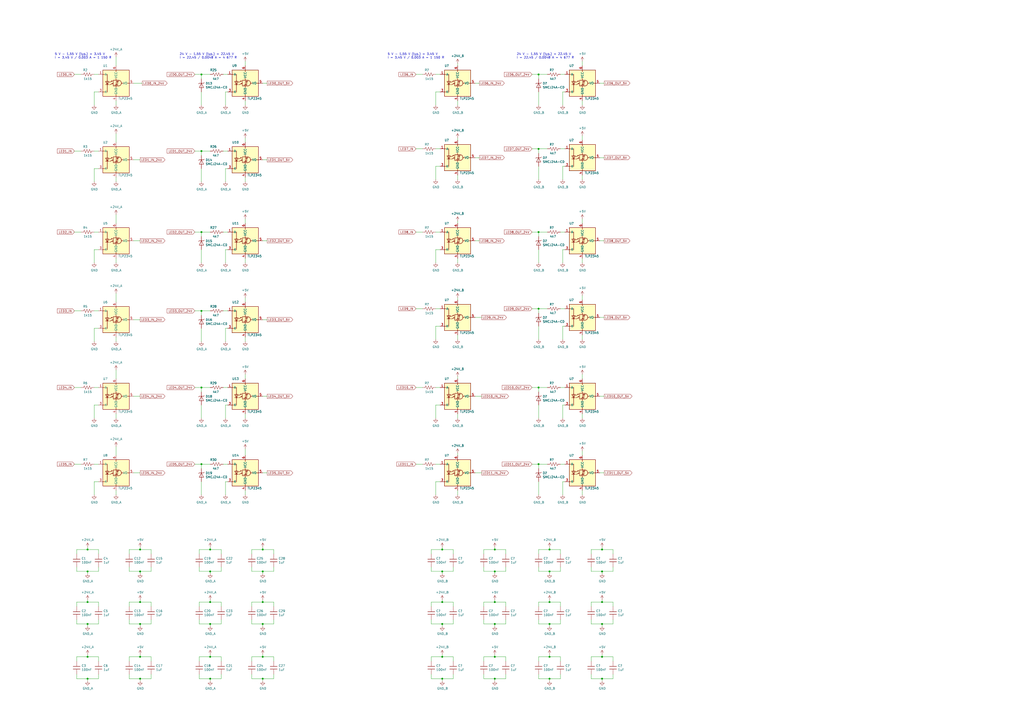
<source format=kicad_sch>
(kicad_sch (version 20230121) (generator eeschema)
  (paper "A2")
  (title_block (title "Optocouplers") (date "2023-07-15") (rev "v2.0") (company "Roman Labovsky (roman-labovsky.cz)"))
  (junction (at 152.4 393.7))
  (junction (at 121.92 381))
  (junction (at 287.02 349.25))
  (junction (at 116.84 224.79))
  (junction (at 349.25 361.95))
  (junction (at 312.42 269.24))
  (junction (at 349.25 318.77))
  (junction (at 318.77 349.25))
  (junction (at 81.28 381))
  (junction (at 349.25 349.25))
  (junction (at 81.28 393.7))
  (junction (at 50.8 331.47))
  (junction (at 152.4 318.77))
  (junction (at 287.02 318.77))
  (junction (at 121.92 349.25))
  (junction (at 152.4 349.25))
  (junction (at 256.54 381))
  (junction (at 312.42 134.62))
  (junction (at 349.25 393.7))
  (junction (at 121.92 318.77))
  (junction (at 318.77 381))
  (junction (at 256.54 349.25))
  (junction (at 318.77 318.77))
  (junction (at 287.02 381))
  (junction (at 121.92 361.95))
  (junction (at 81.28 361.95))
  (junction (at 349.25 331.47))
  (junction (at 152.4 361.95))
  (junction (at 287.02 393.7))
  (junction (at 121.92 393.7))
  (junction (at 50.8 349.25))
  (junction (at 81.28 331.47))
  (junction (at 152.4 381))
  (junction (at 50.8 361.95))
  (junction (at 152.4 331.47))
  (junction (at 318.77 331.47))
  (junction (at 287.02 361.95))
  (junction (at 312.42 86.36))
  (junction (at 116.84 43.18))
  (junction (at 256.54 331.47))
  (junction (at 116.84 134.62))
  (junction (at 256.54 361.95))
  (junction (at 318.77 361.95))
  (junction (at 318.77 393.7))
  (junction (at 116.84 269.24))
  (junction (at 50.8 393.7))
  (junction (at 50.8 381))
  (junction (at 312.42 224.79))
  (junction (at 312.42 179.07))
  (junction (at 81.28 318.77))
  (junction (at 81.28 349.25))
  (junction (at 50.8 318.77))
  (junction (at 287.02 331.47))
  (junction (at 116.84 180.34))
  (junction (at 256.54 318.77))
  (junction (at 116.84 87.63))
  (junction (at 256.54 393.7))
  (junction (at 312.42 43.18))
  (junction (at 349.25 381))
  (junction (at 121.92 331.47))
  (wire (pts (xy 312.42 45.72) (xy 312.42 43.18)))
  (wire (pts (xy 129.54 134.62) (xy 132.08 134.62)))
  (wire (pts (xy 87.63 318.77) (xy 87.63 321.31)))
  (wire (pts (xy 121.92 332.74) (xy 121.92 331.47)))
  (wire (pts (xy 265.43 38.1) (xy 265.43 36.83)))
  (wire (pts (xy 44.45 383.54) (xy 44.45 381)))
  (wire (pts (xy 87.63 361.95) (xy 87.63 359.41)))
  (wire (pts (xy 245.11 224.79) (xy 241.3 224.79)))
  (wire (pts (xy 128.27 331.47) (xy 128.27 328.93)))
  (wire (pts (xy 245.11 179.07) (xy 241.3 179.07)))
  (wire (pts (xy 115.57 321.31) (xy 115.57 318.77)))
  (wire (pts (xy 54.61 53.34) (xy 54.61 60.96)))
  (wire (pts (xy 252.73 134.62) (xy 255.27 134.62)))
  (wire (pts (xy 146.05 318.77) (xy 152.4 318.77)))
  (wire (pts (xy 146.05 349.25) (xy 152.4 349.25)))
  (wire (pts (xy 350.52 184.15) (xy 347.98 184.15)))
  (wire (pts (xy 312.42 351.79) (xy 312.42 349.25)))
  (wire (pts (xy 130.81 53.34) (xy 130.81 60.96)))
  (wire (pts (xy 342.9 318.77) (xy 349.25 318.77)))
  (wire (pts (xy 293.37 331.47) (xy 293.37 328.93)))
  (wire (pts (xy 81.28 349.25) (xy 87.63 349.25)))
  (wire (pts (xy 325.12 361.95) (xy 325.12 359.41)))
  (wire (pts (xy 287.02 347.98) (xy 287.02 349.25)))
  (wire (pts (xy 312.42 361.95) (xy 318.77 361.95)))
  (wire (pts (xy 74.93 381) (xy 81.28 381)))
  (wire (pts (xy 312.42 271.78) (xy 312.42 269.24)))
  (wire (pts (xy 87.63 349.25) (xy 87.63 351.79)))
  (wire (pts (xy 255.27 96.52) (xy 252.73 96.52)))
  (wire (pts (xy 355.6 331.47) (xy 355.6 328.93)))
  (wire (pts (xy 355.6 393.7) (xy 355.6 391.16)))
  (wire (pts (xy 74.93 383.54) (xy 74.93 381)))
  (wire (pts (xy 116.84 60.96) (xy 116.84 53.34)))
  (wire (pts (xy 252.73 224.79) (xy 255.27 224.79)))
  (wire (pts (xy 280.67 328.93) (xy 280.67 331.47)))
  (wire (pts (xy 252.73 86.36) (xy 255.27 86.36)))
  (wire (pts (xy 158.75 393.7) (xy 158.75 391.16)))
  (wire (pts (xy 146.05 391.16) (xy 146.05 393.7)))
  (wire (pts (xy 121.92 349.25) (xy 128.27 349.25)))
  (wire (pts (xy 121.92 393.7) (xy 128.27 393.7)))
  (wire (pts (xy 116.84 43.18) (xy 121.92 43.18)))
  (wire (pts (xy 128.27 361.95) (xy 128.27 359.41)))
  (wire (pts (xy 116.84 269.24) (xy 121.92 269.24)))
  (wire (pts (xy 146.05 351.79) (xy 146.05 349.25)))
  (wire (pts (xy 312.42 60.96) (xy 312.42 53.34)))
  (wire (pts (xy 57.15 279.4) (xy 54.61 279.4)))
  (wire (pts (xy 81.28 381) (xy 87.63 381)))
  (wire (pts (xy 279.4 229.87) (xy 275.59 229.87)))
  (wire (pts (xy 287.02 381) (xy 293.37 381)))
  (wire (pts (xy 245.11 269.24) (xy 241.3 269.24)))
  (wire (pts (xy 129.54 224.79) (xy 132.08 224.79)))
  (wire (pts (xy 116.84 152.4) (xy 116.84 144.78)))
  (wire (pts (xy 293.37 361.95) (xy 293.37 359.41)))
  (wire (pts (xy 280.67 331.47) (xy 287.02 331.47)))
  (wire (pts (xy 54.61 144.78) (xy 54.61 152.4)))
  (wire (pts (xy 349.25 317.5) (xy 349.25 318.77)))
  (wire (pts (xy 318.77 381) (xy 325.12 381)))
  (wire (pts (xy 256.54 361.95) (xy 262.89 361.95)))
  (wire (pts (xy 312.42 359.41) (xy 312.42 361.95)))
  (wire (pts (xy 116.84 134.62) (xy 113.03 134.62)))
  (wire (pts (xy 312.42 381) (xy 318.77 381)))
  (wire (pts (xy 293.37 349.25) (xy 293.37 351.79)))
  (wire (pts (xy 342.9 361.95) (xy 349.25 361.95)))
  (wire (pts (xy 325.12 331.47) (xy 325.12 328.93)))
  (wire (pts (xy 44.45 351.79) (xy 44.45 349.25)))
  (wire (pts (xy 57.15 381) (xy 57.15 383.54)))
  (wire (pts (xy 342.9 393.7) (xy 349.25 393.7)))
  (wire (pts (xy 50.8 379.73) (xy 50.8 381)))
  (wire (pts (xy 81.28 317.5) (xy 81.28 318.77)))
  (wire (pts (xy 250.19 393.7) (xy 256.54 393.7)))
  (wire (pts (xy 116.84 90.17) (xy 116.84 87.63)))
  (wire (pts (xy 142.24 60.96) (xy 142.24 58.42)))
  (wire (pts (xy 280.67 381) (xy 287.02 381)))
  (wire (pts (xy 54.61 134.62) (xy 57.15 134.62)))
  (wire (pts (xy 81.28 394.97) (xy 81.28 393.7)))
  (wire (pts (xy 44.45 361.95) (xy 50.8 361.95)))
  (wire (pts (xy 279.4 184.15) (xy 275.59 184.15)))
  (wire (pts (xy 318.77 379.73) (xy 318.77 381)))
  (wire (pts (xy 81.28 139.7) (xy 77.47 139.7)))
  (wire (pts (xy 50.8 347.98) (xy 50.8 349.25)))
  (wire (pts (xy 121.92 381) (xy 128.27 381)))
  (wire (pts (xy 67.31 287.02) (xy 67.31 284.48)))
  (wire (pts (xy 312.42 104.14) (xy 312.42 96.52)))
  (wire (pts (xy 74.93 359.41) (xy 74.93 361.95)))
  (wire (pts (xy 152.4 361.95) (xy 158.75 361.95)))
  (wire (pts (xy 67.31 219.71) (xy 67.31 214.63)))
  (wire (pts (xy 116.84 87.63) (xy 113.03 87.63)))
  (wire (pts (xy 255.27 144.78) (xy 252.73 144.78)))
  (wire (pts (xy 54.61 190.5) (xy 54.61 198.12)))
  (wire (pts (xy 128.27 318.77) (xy 128.27 321.31)))
  (wire (pts (xy 81.28 274.32) (xy 77.47 274.32)))
  (wire (pts (xy 318.77 347.98) (xy 318.77 349.25)))
  (wire (pts (xy 152.4 394.97) (xy 152.4 393.7)))
  (wire (pts (xy 44.45 331.47) (xy 50.8 331.47)))
  (wire (pts (xy 325.12 134.62) (xy 327.66 134.62)))
  (wire (pts (xy 342.9 321.31) (xy 342.9 318.77)))
  (wire (pts (xy 146.05 381) (xy 152.4 381)))
  (wire (pts (xy 74.93 391.16) (xy 74.93 393.7)))
  (wire (pts (xy 129.54 43.18) (xy 132.08 43.18)))
  (wire (pts (xy 287.02 361.95) (xy 293.37 361.95)))
  (wire (pts (xy 250.19 349.25) (xy 256.54 349.25)))
  (wire (pts (xy 74.93 361.95) (xy 81.28 361.95)))
  (wire (pts (xy 325.12 318.77) (xy 325.12 321.31)))
  (wire (pts (xy 50.8 349.25) (xy 57.15 349.25)))
  (wire (pts (xy 255.27 234.95) (xy 252.73 234.95)))
  (wire (pts (xy 342.9 391.16) (xy 342.9 393.7)))
  (wire (pts (xy 121.92 394.97) (xy 121.92 393.7)))
  (wire (pts (xy 342.9 331.47) (xy 349.25 331.47)))
  (wire (pts (xy 46.99 43.18) (xy 43.18 43.18)))
  (wire (pts (xy 152.4 379.73) (xy 152.4 381)))
  (wire (pts (xy 142.24 127) (xy 142.24 129.54)))
  (wire (pts (xy 158.75 349.25) (xy 158.75 351.79)))
  (wire (pts (xy 158.75 361.95) (xy 158.75 359.41)))
  (wire (pts (xy 325.12 224.79) (xy 327.66 224.79)))
  (wire (pts (xy 280.67 351.79) (xy 280.67 349.25)))
  (wire (pts (xy 54.61 87.63) (xy 57.15 87.63)))
  (wire (pts (xy 87.63 381) (xy 87.63 383.54)))
  (wire (pts (xy 265.43 60.96) (xy 265.43 58.42)))
  (wire (pts (xy 337.82 171.45) (xy 337.82 173.99)))
  (wire (pts (xy 46.99 224.79) (xy 43.18 224.79)))
  (wire (pts (xy 116.84 87.63) (xy 121.92 87.63)))
  (wire (pts (xy 54.61 279.4) (xy 54.61 287.02)))
  (wire (pts (xy 252.73 234.95) (xy 252.73 242.57)))
  (wire (pts (xy 252.73 96.52) (xy 252.73 104.14)))
  (wire (pts (xy 44.45 318.77) (xy 50.8 318.77)))
  (wire (pts (xy 312.42 269.24) (xy 308.61 269.24)))
  (wire (pts (xy 337.82 127) (xy 337.82 129.54)))
  (wire (pts (xy 67.31 38.1) (xy 67.31 33.02)))
  (wire (pts (xy 337.82 35.56) (xy 337.82 38.1)))
  (wire (pts (xy 265.43 219.71) (xy 265.43 218.44)))
  (wire (pts (xy 128.27 393.7) (xy 128.27 391.16)))
  (wire (pts (xy 115.57 351.79) (xy 115.57 349.25)))
  (wire (pts (xy 46.99 269.24) (xy 43.18 269.24)))
  (wire (pts (xy 81.28 361.95) (xy 87.63 361.95)))
  (wire (pts (xy 81.28 331.47) (xy 87.63 331.47)))
  (wire (pts (xy 287.02 363.22) (xy 287.02 361.95)))
  (wire (pts (xy 132.08 97.79) (xy 130.81 97.79)))
  (wire (pts (xy 130.81 279.4) (xy 130.81 287.02)))
  (wire (pts (xy 256.54 347.98) (xy 256.54 349.25)))
  (wire (pts (xy 74.93 318.77) (xy 81.28 318.77)))
  (wire (pts (xy 280.67 359.41) (xy 280.67 361.95)))
  (wire (pts (xy 326.39 53.34) (xy 326.39 60.96)))
  (wire (pts (xy 115.57 361.95) (xy 121.92 361.95)))
  (wire (pts (xy 57.15 97.79) (xy 54.61 97.79)))
  (wire (pts (xy 287.02 331.47) (xy 293.37 331.47)))
  (wire (pts (xy 152.4 381) (xy 158.75 381)))
  (wire (pts (xy 327.66 144.78) (xy 326.39 144.78)))
  (wire (pts (xy 287.02 379.73) (xy 287.02 381)))
  (wire (pts (xy 349.25 318.77) (xy 355.6 318.77)))
  (wire (pts (xy 312.42 86.36) (xy 308.61 86.36)))
  (wire (pts (xy 342.9 349.25) (xy 349.25 349.25)))
  (wire (pts (xy 312.42 86.36) (xy 317.5 86.36)))
  (wire (pts (xy 146.05 361.95) (xy 152.4 361.95)))
  (wire (pts (xy 293.37 318.77) (xy 293.37 321.31)))
  (wire (pts (xy 337.82 196.85) (xy 337.82 194.31)))
  (wire (pts (xy 130.81 234.95) (xy 130.81 242.57)))
  (wire (pts (xy 293.37 393.7) (xy 293.37 391.16)))
  (wire (pts (xy 250.19 381) (xy 256.54 381)))
  (wire (pts (xy 132.08 190.5) (xy 130.81 190.5)))
  (wire (pts (xy 355.6 381) (xy 355.6 383.54)))
  (wire (pts (xy 87.63 393.7) (xy 87.63 391.16)))
  (wire (pts (xy 67.31 152.4) (xy 67.31 149.86)))
  (wire (pts (xy 142.24 80.01) (xy 142.24 82.55)))
  (wire (pts (xy 265.43 129.54) (xy 265.43 128.27)))
  (wire (pts (xy 312.42 287.02) (xy 312.42 279.4)))
  (wire (pts (xy 337.82 287.02) (xy 337.82 284.48)))
  (wire (pts (xy 250.19 321.31) (xy 250.19 318.77)))
  (wire (pts (xy 350.52 91.44) (xy 347.98 91.44)))
  (wire (pts (xy 81.28 229.87) (xy 77.47 229.87)))
  (wire (pts (xy 278.13 91.44) (xy 275.59 91.44)))
  (wire (pts (xy 44.45 328.93) (xy 44.45 331.47)))
  (wire (pts (xy 245.11 43.18) (xy 241.3 43.18)))
  (wire (pts (xy 74.93 349.25) (xy 81.28 349.25)))
  (wire (pts (xy 312.42 152.4) (xy 312.42 144.78)))
  (wire (pts (xy 115.57 328.93) (xy 115.57 331.47)))
  (wire (pts (xy 312.42 181.61) (xy 312.42 179.07)))
  (wire (pts (xy 349.25 393.7) (xy 355.6 393.7)))
  (wire (pts (xy 312.42 318.77) (xy 318.77 318.77)))
  (wire (pts (xy 81.28 92.71) (xy 77.47 92.71)))
  (wire (pts (xy 250.19 361.95) (xy 256.54 361.95)))
  (wire (pts (xy 312.42 393.7) (xy 318.77 393.7)))
  (wire (pts (xy 54.61 234.95) (xy 54.61 242.57)))
  (wire (pts (xy 158.75 381) (xy 158.75 383.54)))
  (wire (pts (xy 152.4 317.5) (xy 152.4 318.77)))
  (wire (pts (xy 57.15 53.34) (xy 54.61 53.34)))
  (wire (pts (xy 312.42 43.18) (xy 317.5 43.18)))
  (wire (pts (xy 87.63 331.47) (xy 87.63 328.93)))
  (wire (pts (xy 115.57 349.25) (xy 121.92 349.25)))
  (wire (pts (xy 152.4 318.77) (xy 158.75 318.77)))
  (wire (pts (xy 312.42 391.16) (xy 312.42 393.7)))
  (wire (pts (xy 312.42 43.18) (xy 308.61 43.18)))
  (wire (pts (xy 280.67 393.7) (xy 287.02 393.7)))
  (wire (pts (xy 142.24 217.17) (xy 142.24 219.71)))
  (wire (pts (xy 312.42 196.85) (xy 312.42 189.23)))
  (wire (pts (xy 121.92 363.22) (xy 121.92 361.95)))
  (wire (pts (xy 115.57 359.41) (xy 115.57 361.95)))
  (wire (pts (xy 81.28 318.77) (xy 87.63 318.77)))
  (wire (pts (xy 355.6 318.77) (xy 355.6 321.31)))
  (wire (pts (xy 327.66 189.23) (xy 326.39 189.23)))
  (wire (pts (xy 57.15 393.7) (xy 57.15 391.16)))
  (wire (pts (xy 146.05 321.31) (xy 146.05 318.77)))
  (wire (pts (xy 250.19 391.16) (xy 250.19 393.7)))
  (wire (pts (xy 318.77 318.77) (xy 325.12 318.77)))
  (wire (pts (xy 128.27 349.25) (xy 128.27 351.79)))
  (wire (pts (xy 349.25 349.25) (xy 355.6 349.25)))
  (wire (pts (xy 312.42 134.62) (xy 308.61 134.62)))
  (wire (pts (xy 312.42 88.9) (xy 312.42 86.36)))
  (wire (pts (xy 325.12 381) (xy 325.12 383.54)))
  (wire (pts (xy 280.67 383.54) (xy 280.67 381)))
  (wire (pts (xy 312.42 328.93) (xy 312.42 331.47)))
  (wire (pts (xy 312.42 383.54) (xy 312.42 381)))
  (wire (pts (xy 245.11 86.36) (xy 241.3 86.36)))
  (wire (pts (xy 154.94 139.7) (xy 152.4 139.7)))
  (wire (pts (xy 252.73 179.07) (xy 255.27 179.07)))
  (wire (pts (xy 50.8 381) (xy 57.15 381)))
  (wire (pts (xy 116.84 105.41) (xy 116.84 97.79)))
  (wire (pts (xy 152.4 347.98) (xy 152.4 349.25)))
  (wire (pts (xy 262.89 381) (xy 262.89 383.54)))
  (wire (pts (xy 349.25 347.98) (xy 349.25 349.25)))
  (wire (pts (xy 74.93 393.7) (xy 81.28 393.7)))
  (wire (pts (xy 349.25 332.74) (xy 349.25 331.47)))
  (wire (pts (xy 342.9 381) (xy 349.25 381)))
  (wire (pts (xy 312.42 331.47) (xy 318.77 331.47)))
  (wire (pts (xy 326.39 234.95) (xy 326.39 242.57)))
  (wire (pts (xy 74.93 331.47) (xy 81.28 331.47)))
  (wire (pts (xy 50.8 331.47) (xy 57.15 331.47)))
  (wire (pts (xy 57.15 144.78) (xy 54.61 144.78)))
  (wire (pts (xy 121.92 347.98) (xy 121.92 349.25)))
  (wire (pts (xy 116.84 224.79) (xy 121.92 224.79)))
  (wire (pts (xy 57.15 331.47) (xy 57.15 328.93)))
  (wire (pts (xy 54.61 269.24) (xy 57.15 269.24)))
  (wire (pts (xy 312.42 269.24) (xy 317.5 269.24)))
  (wire (pts (xy 158.75 331.47) (xy 158.75 328.93)))
  (wire (pts (xy 355.6 349.25) (xy 355.6 351.79)))
  (wire (pts (xy 287.02 393.7) (xy 293.37 393.7)))
  (wire (pts (xy 312.42 321.31) (xy 312.42 318.77)))
  (wire (pts (xy 50.8 317.5) (xy 50.8 318.77)))
  (wire (pts (xy 252.73 43.18) (xy 255.27 43.18)))
  (wire (pts (xy 54.61 180.34) (xy 57.15 180.34)))
  (wire (pts (xy 54.61 97.79) (xy 54.61 105.41)))
  (wire (pts (xy 327.66 234.95) (xy 326.39 234.95)))
  (wire (pts (xy 46.99 87.63) (xy 43.18 87.63)))
  (wire (pts (xy 337.82 60.96) (xy 337.82 58.42)))
  (wire (pts (xy 250.19 351.79) (xy 250.19 349.25)))
  (wire (pts (xy 262.89 393.7) (xy 262.89 391.16)))
  (wire (pts (xy 252.73 189.23) (xy 252.73 196.85)))
  (wire (pts (xy 81.28 347.98) (xy 81.28 349.25)))
  (wire (pts (xy 81.28 363.22) (xy 81.28 361.95)))
  (wire (pts (xy 293.37 381) (xy 293.37 383.54)))
  (wire (pts (xy 318.77 332.74) (xy 318.77 331.47)))
  (wire (pts (xy 130.81 144.78) (xy 130.81 152.4)))
  (wire (pts (xy 121.92 317.5) (xy 121.92 318.77)))
  (wire (pts (xy 252.73 279.4) (xy 252.73 287.02)))
  (wire (pts (xy 342.9 383.54) (xy 342.9 381)))
  (wire (pts (xy 287.02 317.5) (xy 287.02 318.77)))
  (wire (pts (xy 312.42 224.79) (xy 317.5 224.79)))
  (wire (pts (xy 116.84 134.62) (xy 121.92 134.62)))
  (wire (pts (xy 142.24 105.41) (xy 142.24 102.87)))
  (wire (pts (xy 50.8 332.74) (xy 50.8 331.47)))
  (wire (pts (xy 280.67 318.77) (xy 287.02 318.77)))
  (wire (pts (xy 256.54 379.73) (xy 256.54 381)))
  (wire (pts (xy 256.54 381) (xy 262.89 381)))
  (wire (pts (xy 116.84 242.57) (xy 116.84 234.95)))
  (wire (pts (xy 154.94 274.32) (xy 152.4 274.32)))
  (wire (pts (xy 287.02 318.77) (xy 293.37 318.77)))
  (wire (pts (xy 121.92 331.47) (xy 128.27 331.47)))
  (wire (pts (xy 115.57 318.77) (xy 121.92 318.77)))
  (wire (pts (xy 116.84 198.12) (xy 116.84 190.5)))
  (wire (pts (xy 116.84 224.79) (xy 113.03 224.79)))
  (wire (pts (xy 278.13 139.7) (xy 275.59 139.7)))
  (wire (pts (xy 128.27 381) (xy 128.27 383.54)))
  (wire (pts (xy 287.02 332.74) (xy 287.02 331.47)))
  (wire (pts (xy 256.54 317.5) (xy 256.54 318.77)))
  (wire (pts (xy 132.08 144.78) (xy 130.81 144.78)))
  (wire (pts (xy 116.84 269.24) (xy 113.03 269.24)))
  (wire (pts (xy 44.45 381) (xy 50.8 381)))
  (wire (pts (xy 265.43 242.57) (xy 265.43 240.03)))
  (wire (pts (xy 116.84 271.78) (xy 116.84 269.24)))
  (wire (pts (xy 142.24 242.57) (xy 142.24 240.03)))
  (wire (pts (xy 326.39 96.52) (xy 326.39 104.14)))
  (wire (pts (xy 154.94 185.42) (xy 152.4 185.42)))
  (wire (pts (xy 312.42 349.25) (xy 318.77 349.25)))
  (wire (pts (xy 115.57 381) (xy 121.92 381)))
  (wire (pts (xy 265.43 264.16) (xy 265.43 262.89)))
  (wire (pts (xy 265.43 152.4) (xy 265.43 149.86)))
  (wire (pts (xy 132.08 279.4) (xy 130.81 279.4)))
  (wire (pts (xy 312.42 242.57) (xy 312.42 234.95)))
  (wire (pts (xy 152.4 393.7) (xy 158.75 393.7)))
  (wire (pts (xy 154.94 229.87) (xy 152.4 229.87)))
  (wire (pts (xy 57.15 361.95) (xy 57.15 359.41)))
  (wire (pts (xy 325.12 179.07) (xy 327.66 179.07)))
  (wire (pts (xy 342.9 351.79) (xy 342.9 349.25)))
  (wire (pts (xy 280.67 391.16) (xy 280.67 393.7)))
  (wire (pts (xy 325.12 269.24) (xy 327.66 269.24)))
  (wire (pts (xy 256.54 349.25) (xy 262.89 349.25)))
  (wire (pts (xy 312.42 137.16) (xy 312.42 134.62)))
  (wire (pts (xy 152.4 349.25) (xy 158.75 349.25)))
  (wire (pts (xy 252.73 269.24) (xy 255.27 269.24)))
  (wire (pts (xy 279.4 274.32) (xy 275.59 274.32)))
  (wire (pts (xy 77.47 48.26) (xy 82.55 48.26)))
  (wire (pts (xy 115.57 391.16) (xy 115.57 393.7)))
  (wire (pts (xy 50.8 393.7) (xy 57.15 393.7)))
  (wire (pts (xy 46.99 134.62) (xy 43.18 134.62)))
  (wire (pts (xy 116.84 137.16) (xy 116.84 134.62)))
  (wire (pts (xy 50.8 318.77) (xy 57.15 318.77)))
  (wire (pts (xy 130.81 97.79) (xy 130.81 105.41)))
  (wire (pts (xy 44.45 349.25) (xy 50.8 349.25)))
  (wire (pts (xy 318.77 363.22) (xy 318.77 361.95)))
  (wire (pts (xy 67.31 242.57) (xy 67.31 240.03)))
  (wire (pts (xy 116.84 45.72) (xy 116.84 43.18)))
  (wire (pts (xy 129.54 87.63) (xy 132.08 87.63)))
  (wire (pts (xy 312.42 224.79) (xy 308.61 224.79)))
  (wire (pts (xy 152.4 331.47) (xy 158.75 331.47)))
  (wire (pts (xy 325.12 86.36) (xy 327.66 86.36)))
  (wire (pts (xy 355.6 361.95) (xy 355.6 359.41)))
  (wire (pts (xy 152.4 332.74) (xy 152.4 331.47)))
  (wire (pts (xy 74.93 351.79) (xy 74.93 349.25)))
  (wire (pts (xy 327.66 53.34) (xy 326.39 53.34)))
  (wire (pts (xy 67.31 129.54) (xy 67.31 124.46)))
  (wire (pts (xy 57.15 190.5) (xy 54.61 190.5)))
  (wire (pts (xy 252.73 53.34) (xy 252.73 60.96)))
  (wire (pts (xy 67.31 60.96) (xy 67.31 58.42)))
  (wire (pts (xy 142.24 172.72) (xy 142.24 175.26)))
  (wire (pts (xy 349.25 379.73) (xy 349.25 381)))
  (wire (pts (xy 280.67 321.31) (xy 280.67 318.77)))
  (wire (pts (xy 67.31 175.26) (xy 67.31 170.18)))
  (wire (pts (xy 337.82 104.14) (xy 337.82 101.6)))
  (wire (pts (xy 318.77 317.5) (xy 318.77 318.77)))
  (wire (pts (xy 256.54 331.47) (xy 262.89 331.47)))
  (wire (pts (xy 350.52 139.7) (xy 347.98 139.7)))
  (wire (pts (xy 67.31 105.41) (xy 67.31 102.87)))
  (wire (pts (xy 142.24 152.4) (xy 142.24 149.86)))
  (wire (pts (xy 256.54 393.7) (xy 262.89 393.7)))
  (wire (pts (xy 129.54 180.34) (xy 132.08 180.34)))
  (wire (pts (xy 280.67 361.95) (xy 287.02 361.95)))
  (wire (pts (xy 250.19 328.93) (xy 250.19 331.47)))
  (wire (pts (xy 81.28 185.42) (xy 77.47 185.42)))
  (wire (pts (xy 337.82 152.4) (xy 337.82 149.86)))
  (wire (pts (xy 115.57 393.7) (xy 121.92 393.7)))
  (wire (pts (xy 54.61 43.18) (xy 57.15 43.18)))
  (wire (pts (xy 67.31 82.55) (xy 67.31 77.47)))
  (wire (pts (xy 57.15 349.25) (xy 57.15 351.79)))
  (wire (pts (xy 325.12 349.25) (xy 325.12 351.79)))
  (wire (pts (xy 146.05 331.47) (xy 152.4 331.47)))
  (wire (pts (xy 67.31 264.16) (xy 67.31 259.08)))
  (wire (pts (xy 57.15 234.95) (xy 54.61 234.95)))
  (wire (pts (xy 350.52 274.32) (xy 347.98 274.32)))
  (wire (pts (xy 250.19 331.47) (xy 256.54 331.47)))
  (wire (pts (xy 255.27 189.23) (xy 252.73 189.23)))
  (wire (pts (xy 342.9 359.41) (xy 342.9 361.95)))
  (wire (pts (xy 287.02 394.97) (xy 287.02 393.7)))
  (wire (pts (xy 250.19 359.41) (xy 250.19 361.95)))
  (wire (pts (xy 312.42 134.62) (xy 317.5 134.62)))
  (wire (pts (xy 337.82 242.57) (xy 337.82 240.03)))
  (wire (pts (xy 67.31 198.12) (xy 67.31 195.58)))
  (wire (pts (xy 50.8 363.22) (xy 50.8 361.95)))
  (wire (pts (xy 318.77 349.25) (xy 325.12 349.25)))
  (wire (pts (xy 262.89 349.25) (xy 262.89 351.79)))
  (wire (pts (xy 81.28 332.74) (xy 81.28 331.47)))
  (wire (pts (xy 44.45 321.31) (xy 44.45 318.77)))
  (wire (pts (xy 318.77 394.97) (xy 318.77 393.7)))
  (wire (pts (xy 349.25 394.97) (xy 349.25 393.7)))
  (wire (pts (xy 152.4 363.22) (xy 152.4 361.95)))
  (wire (pts (xy 318.77 393.7) (xy 325.12 393.7)))
  (wire (pts (xy 250.19 318.77) (xy 256.54 318.77)))
  (wire (pts (xy 350.52 48.26) (xy 347.98 48.26)))
  (wire (pts (xy 318.77 331.47) (xy 325.12 331.47)))
  (wire (pts (xy 142.24 260.35) (xy 142.24 264.16)))
  (wire (pts (xy 326.39 189.23) (xy 326.39 196.85)))
  (wire (pts (xy 256.54 318.77) (xy 262.89 318.77)))
  (wire (pts (xy 265.43 173.99) (xy 265.43 172.72)))
  (wire (pts (xy 256.54 332.74) (xy 256.54 331.47)))
  (wire (pts (xy 54.61 224.79) (xy 57.15 224.79)))
  (wire (pts (xy 46.99 180.34) (xy 43.18 180.34)))
  (wire (pts (xy 116.84 287.02) (xy 116.84 279.4)))
  (wire (pts (xy 265.43 104.14) (xy 265.43 101.6)))
  (wire (pts (xy 287.02 349.25) (xy 293.37 349.25)))
  (wire (pts (xy 255.27 279.4) (xy 252.73 279.4)))
  (wire (pts (xy 337.82 261.62) (xy 337.82 264.16)))
  (wire (pts (xy 158.75 318.77) (xy 158.75 321.31)))
  (wire (pts (xy 312.42 179.07) (xy 308.61 179.07)))
  (wire (pts (xy 132.08 234.95) (xy 130.81 234.95)))
  (wire (pts (xy 116.84 43.18) (xy 113.03 43.18)))
  (wire (pts (xy 81.28 393.7) (xy 87.63 393.7)))
  (wire (pts (xy 312.42 227.33) (xy 312.42 224.79)))
  (wire (pts (xy 146.05 328.93) (xy 146.05 331.47)))
  (wire (pts (xy 142.24 198.12) (xy 142.24 195.58)))
  (wire (pts (xy 255.27 53.34) (xy 252.73 53.34)))
  (wire (pts (xy 337.82 78.74) (xy 337.82 81.28)))
  (wire (pts (xy 129.54 269.24) (xy 132.08 269.24)))
  (wire (pts (xy 250.19 383.54) (xy 250.19 381)))
  (wire (pts (xy 265.43 287.02) (xy 265.43 284.48)))
  (wire (pts (xy 327.66 96.52) (xy 326.39 96.52)))
  (wire (pts (xy 265.43 81.28) (xy 265.43 80.01)))
  (wire (pts (xy 245.11 134.62) (xy 241.3 134.62)))
  (wire (pts (xy 327.66 279.4) (xy 326.39 279.4)))
  (wire (pts (xy 350.52 229.87) (xy 347.98 229.87)))
  (wire (pts (xy 50.8 394.97) (xy 50.8 393.7)))
  (wire (pts (xy 262.89 331.47) (xy 262.89 328.93)))
  (wire (pts (xy 116.84 180.34) (xy 121.92 180.34)))
  (wire (pts (xy 142.24 287.02) (xy 142.24 284.48)))
  (wire (pts (xy 154.94 92.71) (xy 152.4 92.71)))
  (wire (pts (xy 116.84 182.88) (xy 116.84 180.34)))
  (wire (pts (xy 312.42 179.07) (xy 317.5 179.07)))
  (wire (pts (xy 50.8 361.95) (xy 57.15 361.95)))
  (wire (pts (xy 154.94 48.26) (xy 152.4 48.26)))
  (wire (pts (xy 326.39 144.78) (xy 326.39 152.4)))
  (wire (pts (xy 349.25 381) (xy 355.6 381)))
  (wire (pts (xy 278.13 48.26) (xy 275.59 48.26)))
  (wire (pts (xy 342.9 328.93) (xy 342.9 331.47)))
  (wire (pts (xy 142.24 35.56) (xy 142.24 38.1)))
  (wire (pts (xy 280.67 349.25) (xy 287.02 349.25)))
  (wire (pts (xy 121.92 318.77) (xy 128.27 318.77)))
  (wire (pts (xy 130.81 190.5) (xy 130.81 198.12)))
  (wire (pts (xy 115.57 331.47) (xy 121.92 331.47)))
  (wire (pts (xy 57.15 318.77) (xy 57.15 321.31)))
  (wire (pts (xy 121.92 379.73) (xy 121.92 381)))
  (wire (pts (xy 318.77 361.95) (xy 325.12 361.95)))
  (wire (pts (xy 81.28 379.73) (xy 81.28 381)))
  (wire (pts (xy 115.57 383.54) (xy 115.57 381)))
  (wire (pts (xy 146.05 393.7) (xy 152.4 393.7)))
  (wire (pts (xy 74.93 321.31) (xy 74.93 318.77)))
  (wire (pts (xy 325.12 393.7) (xy 325.12 391.16)))
  (wire (pts (xy 326.39 279.4) (xy 326.39 287.02)))
  (wire (pts (xy 74.93 328.93) (xy 74.93 331.47)))
  (wire (pts (xy 256.54 363.22) (xy 256.54 361.95)))
  (wire (pts (xy 116.84 180.34) (xy 113.03 180.34)))
  (wire (pts (xy 44.45 391.16) (xy 44.45 393.7)))
  (wire (pts (xy 132.08 53.34) (xy 130.81 53.34)))
  (wire (pts (xy 44.45 393.7) (xy 50.8 393.7)))
  (wire (pts (xy 325.12 43.18) (xy 327.66 43.18)))
  (wire (pts (xy 256.54 394.97) (xy 256.54 393.7)))
  (wire (pts (xy 349.25 363.22) (xy 349.25 361.95)))
  (wire (pts (xy 252.73 144.78) (xy 252.73 152.4)))
  (wire (pts (xy 349.25 331.47) (xy 355.6 331.47)))
  (wire (pts (xy 337.82 217.17) (xy 337.82 219.71)))
  (wire (pts (xy 116.84 227.33) (xy 116.84 224.79)))
  (wire (pts (xy 146.05 359.41) (xy 146.05 361.95)))
  (wire (pts (xy 146.05 383.54) (xy 146.05 381)))
  (wire (pts (xy 121.92 361.95) (xy 128.27 361.95)))
  (wire (pts (xy 44.45 359.41) (xy 44.45 361.95)))
  (wire (pts (xy 349.25 361.95) (xy 355.6 361.95)))
  (wire (pts (xy 262.89 318.77) (xy 262.89 321.31)))
  (wire (pts (xy 265.43 196.85) (xy 265.43 194.31)))
  (wire (pts (xy 262.89 361.95) (xy 262.89 359.41)))
  (text "5 V - 1.55 V (typ.) = 3.45 V\nI = 3.45 V / 0.003 A = 1 150 R" (at 224.79 34.29 0) (effects (font (size 1.27 1.27)) (justify left bottom)))
  (text "24 V - 1.55 V (typ.) = 22.45 V\nI = 22.45 / 0.0048 A = 4 677 R" (at 104.14 34.29 0) (effects (font (size 1.27 1.27)) (justify left bottom)))
  (text "5 V - 1.55 V (typ.) = 3.45 V\nI = 3,45 V / 0.003 A = 1 150 R" (at 31.75 34.29 0) (effects (font (size 1.27 1.27)) (justify left bottom)))
  (text "24 V - 1.55 V (typ.) = 22.45 V\nI = 22.45 / 0.0048 A = 4 677 R" (at 299.72 34.29 0) (effects (font (size 1.27 1.27)) (justify left bottom)))
  (global_label "LED1_IN" (shape input) (at 43.18 87.63 180) (property "Intersheetrefs" "${INTERSHEET_REFS}" (effects hide)))
  (global_label "LED6_OUT_5V" (shape output) (at 350.52 48.26 0) (property "Intersheetrefs" "${INTERSHEET_REFS}" (effects hide)))
  (global_label "LED2_IN" (shape input) (at 43.18 134.62 180) (property "Intersheetrefs" "${INTERSHEET_REFS}" (effects hide)))
  (global_label "LED7_IN_24V" (shape output) (at 278.13 91.44 0) (property "Intersheetrefs" "${INTERSHEET_REFS}" (effects hide)))
  (global_label "LED4_IN" (shape input) (at 43.18 224.79 180) (property "Intersheetrefs" "${INTERSHEET_REFS}" (effects hide)))
  (global_label "LED10_OUT_24V" (shape input) (at 308.61 224.79 180) (property "Intersheetrefs" "${INTERSHEET_REFS}" (effects hide)))
  (global_label "LED8_OUT_5V" (shape output) (at 350.52 139.7 0) (property "Intersheetrefs" "${INTERSHEET_REFS}" (effects hide)))
  (global_label "LED8_IN_24V" (shape output) (at 278.13 139.7 0) (property "Intersheetrefs" "${INTERSHEET_REFS}" (effects hide)))
  (global_label "LED0_OUT_5V" (shape output) (at 154.94 48.26 0) (property "Intersheetrefs" "${INTERSHEET_REFS}" (effects hide)))
  (global_label "LED4_IN_24V" (shape output) (at 81.28 229.87 0) (property "Intersheetrefs" "${INTERSHEET_REFS}" (effects hide)))
  (global_label "LED3_OUT_5V" (shape output) (at 154.94 185.42 0) (property "Intersheetrefs" "${INTERSHEET_REFS}" (effects hide)))
  (global_label "LED2_OUT_24V" (shape input) (at 113.03 134.62 180) (property "Intersheetrefs" "${INTERSHEET_REFS}" (effects hide)))
  (global_label "LED1_IN_24V" (shape output) (at 81.28 92.71 0) (property "Intersheetrefs" "${INTERSHEET_REFS}" (effects hide)))
  (global_label "LED5_OUT_5V" (shape output) (at 154.94 274.32 0) (property "Intersheetrefs" "${INTERSHEET_REFS}" (effects hide)))
  (global_label "LED6_IN" (shape input) (at 241.3 43.18 180) (property "Intersheetrefs" "${INTERSHEET_REFS}" (effects hide)))
  (global_label "LED11_IN_24V" (shape output) (at 279.4 274.32 0) (property "Intersheetrefs" "${INTERSHEET_REFS}" (effects hide)))
  (global_label "LED0_IN_24V" (shape output) (at 82.55 48.26 0) (property "Intersheetrefs" "${INTERSHEET_REFS}" (effects hide)))
  (global_label "LED11_OUT_5V" (shape output) (at 350.52 274.32 0) (property "Intersheetrefs" "${INTERSHEET_REFS}" (effects hide)))
  (global_label "LED9_IN" (shape input) (at 241.3 179.07 180) (property "Intersheetrefs" "${INTERSHEET_REFS}" (effects hide)))
  (global_label "LED0_OUT_24V" (shape input) (at 113.03 43.18 180) (property "Intersheetrefs" "${INTERSHEET_REFS}" (effects hide)))
  (global_label "LED3_IN_24V" (shape output) (at 81.28 185.42 0) (property "Intersheetrefs" "${INTERSHEET_REFS}" (effects hide)))
  (global_label "LED1_OUT_5V" (shape output) (at 154.94 92.71 0) (property "Intersheetrefs" "${INTERSHEET_REFS}" (effects hide)))
  (global_label "LED11_OUT_24V" (shape input) (at 308.61 269.24 180) (property "Intersheetrefs" "${INTERSHEET_REFS}" (effects hide)))
  (global_label "LED3_OUT_24V" (shape input) (at 113.03 180.34 180) (property "Intersheetrefs" "${INTERSHEET_REFS}" (effects hide)))
  (global_label "LED0_IN" (shape input) (at 43.18 43.18 180) (property "Intersheetrefs" "${INTERSHEET_REFS}" (effects hide)))
  (global_label "LED2_OUT_5V" (shape output) (at 154.94 139.7 0) (property "Intersheetrefs" "${INTERSHEET_REFS}" (effects hide)))
  (global_label "LED7_OUT_5V" (shape output) (at 350.52 91.44 0) (property "Intersheetrefs" "${INTERSHEET_REFS}" (effects hide)))
  (global_label "LED7_IN" (shape input) (at 241.3 86.36 180) (property "Intersheetrefs" "${INTERSHEET_REFS}" (effects hide)))
  (global_label "LED5_IN" (shape input) (at 43.18 269.24 180) (property "Intersheetrefs" "${INTERSHEET_REFS}" (effects hide)))
  (global_label "LED6_IN_24V" (shape output) (at 278.13 48.26 0) (property "Intersheetrefs" "${INTERSHEET_REFS}" (effects hide)))
  (global_label "LED1_OUT_24V" (shape input) (at 113.03 87.63 180) (property "Intersheetrefs" "${INTERSHEET_REFS}" (effects hide)))
  (global_label "LED5_IN_24V" (shape output) (at 81.28 274.32 0) (property "Intersheetrefs" "${INTERSHEET_REFS}" (effects hide)))
  (global_label "LED8_IN" (shape input) (at 241.3 134.62 180) (property "Intersheetrefs" "${INTERSHEET_REFS}" (effects hide)))
  (global_label "LED10_OUT_5V" (shape output) (at 350.52 229.87 0) (property "Intersheetrefs" "${INTERSHEET_REFS}" (effects hide)))
  (global_label "LED10_IN_24V" (shape output) (at 279.4 229.87 0) (property "Intersheetrefs" "${INTERSHEET_REFS}" (effects hide)))
  (global_label "LED5_OUT_24V" (shape input) (at 113.03 269.24 180) (property "Intersheetrefs" "${INTERSHEET_REFS}" (effects hide)))
  (global_label "LED6_OUT_24V" (shape input) (at 308.61 43.18 180) (property "Intersheetrefs" "${INTERSHEET_REFS}" (effects hide)))
  (global_label "LED9_IN_24V" (shape output) (at 279.4 184.15 0) (property "Intersheetrefs" "${INTERSHEET_REFS}" (effects hide)))
  (global_label "LED8_OUT_24V" (shape input) (at 308.61 134.62 180) (property "Intersheetrefs" "${INTERSHEET_REFS}" (effects hide)))
  (global_label "LED10_IN" (shape input) (at 241.3 224.79 180) (property "Intersheetrefs" "${INTERSHEET_REFS}" (effects hide)))
  (global_label "LED7_OUT_24V" (shape input) (at 308.61 86.36 180) (property "Intersheetrefs" "${INTERSHEET_REFS}" (effects hide)))
  (global_label "LED2_IN_24V" (shape output) (at 81.28 139.7 0) (property "Intersheetrefs" "${INTERSHEET_REFS}" (effects hide)))
  (global_label "LED9_OUT_24V" (shape input) (at 308.61 179.07 180) (property "Intersheetrefs" "${INTERSHEET_REFS}" (effects hide)))
  (global_label "LED11_IN" (shape input) (at 241.3 269.24 180) (property "Intersheetrefs" "${INTERSHEET_REFS}" (effects hide)))
  (global_label "LED4_OUT_24V" (shape input) (at 113.03 224.79 180) (property "Intersheetrefs" "${INTERSHEET_REFS}" (effects hide)))
  (global_label "LED3_IN" (shape input) (at 43.18 180.34 180) (property "Intersheetrefs" "${INTERSHEET_REFS}" (effects hide)))
  (global_label "LED4_OUT_5V" (shape output) (at 154.94 229.87 0) (property "Intersheetrefs" "${INTERSHEET_REFS}" (effects hide)))
  (global_label "LED9_OUT_5V" (shape output) (at 350.52 184.15 0) (property "Intersheetrefs" "${INTERSHEET_REFS}" (effects hide)))
  (symbol (lib_id "passive_component_rl:capacitor") (at 44.45 325.12 270) (unit 1)
    (property "Reference" "C1" (at 47.244 323.9516 90) (effects (justify left)))
    (property "Value" "100nF" (at 47.244 326.263 90) (effects (justify left)))
    (property "Footprint" "capacitor_smd_rl:c_1206" (effects hide))
    (instances (project "zone-controller" (path "" (reference "C1") (unit 1)) (path "" (reference "C?") (unit 1))))
  )
  (symbol (lib_id "passive_component_rl:capacitor") (at 57.15 325.12 270) (unit 1)
    (property "Reference" "C4" (at 59.944 323.9516 90) (effects (justify left)))
    (property "Value" "1uF" (at 59.944 326.263 90) (effects (justify left)))
    (property "Footprint" "capacitor_smd_rl:c_1206" (effects hide))
    (instances (project "zone-controller" (path "" (reference "C4") (unit 1)) (path "" (reference "C?") (unit 1))))
  )
  (symbol (lib_id "power_rl:+24V_A") (at 50.8 317.5 0) (unit 1)
    (property "Reference" "#PWR0146" (effects hide))
    (property "Value" "+24V_A" (at 50.8 313.1058 0))
    (instances (project "zone-controller" (path "" (reference "#PWR0146") (unit 1)) (path "" (reference "#PWR?") (unit 1))))
  )
  (symbol (lib_id "power_rl:GND_A") (at 50.8 332.74 0) (unit 1)
    (property "Reference" "#PWR0147" (effects hide))
    (property "Value" "GND_A" (at 50.927 337.1342 0))
    (instances (project "zone-controller" (path "" (reference "#PWR0147") (unit 1)) (path "" (reference "#PWR?") (unit 1))))
  )
  (symbol (lib_id "passive_component_rl:capacitor") (at 74.93 325.12 270) (unit 1)
    (property "Reference" "C12" (at 77.724 323.9516 90) (effects (justify left)))
    (property "Value" "100nF" (at 77.724 326.263 90) (effects (justify left)))
    (property "Footprint" "capacitor_smd_rl:c_1206" (effects hide))
    (instances (project "zone-controller" (path "" (reference "C12") (unit 1)) (path "" (reference "C?") (unit 1))))
  )
  (symbol (lib_id "passive_component_rl:capacitor") (at 87.63 325.12 270) (unit 1)
    (property "Reference" "C15" (at 90.424 323.9516 90) (effects (justify left)))
    (property "Value" "1uF" (at 90.424 326.263 90) (effects (justify left)))
    (property "Footprint" "capacitor_smd_rl:c_1206" (effects hide))
    (instances (project "zone-controller" (path "" (reference "C15") (unit 1)) (path "" (reference "C?") (unit 1))))
  )
  (symbol (lib_id "power_rl:+5V") (at 81.28 317.5 0) (unit 1)
    (property "Reference" "#PWR0148" (effects hide))
    (property "Value" "+5V" (at 81.28 313.1058 0))
    (instances (project "zone-controller" (path "" (reference "#PWR0148") (unit 1)) (path "" (reference "#PWR?") (unit 1))))
  )
  (symbol (lib_id "power_rl:GND") (at 81.28 334.01 0) (unit 1)
    (property "Reference" "#PWR0149" (effects hide))
    (property "Value" "GND" (at 81.407 337.1342 0))
    (instances (project "zone-controller" (path "" (reference "#PWR0149") (unit 1)) (path "" (reference "#PWR?") (unit 1))))
  )
  (symbol (lib_id "passive_component_rl:capacitor") (at 44.45 355.6 270) (unit 1)
    (property "Reference" "C2" (at 47.244 354.4316 90) (effects (justify left)))
    (property "Value" "100nF" (at 47.244 356.743 90) (effects (justify left)))
    (property "Footprint" "capacitor_smd_rl:c_1206" (effects hide))
    (instances (project "zone-controller" (path "" (reference "C2") (unit 1)) (path "" (reference "C?") (unit 1))))
  )
  (symbol (lib_id "passive_component_rl:capacitor") (at 57.15 355.6 270) (unit 1)
    (property "Reference" "C5" (at 59.944 354.4316 90) (effects (justify left)))
    (property "Value" "1uF" (at 59.944 356.743 90) (effects (justify left)))
    (property "Footprint" "capacitor_smd_rl:c_1206" (effects hide))
    (instances (project "zone-controller" (path "" (reference "C5") (unit 1)) (path "" (reference "C?") (unit 1))))
  )
  (symbol (lib_id "power_rl:+24V_A") (at 50.8 347.98 0) (unit 1)
    (property "Reference" "#PWR0150" (effects hide))
    (property "Value" "+24V_A" (at 50.8 343.5858 0))
    (instances (project "zone-controller" (path "" (reference "#PWR0150") (unit 1)) (path "" (reference "#PWR?") (unit 1))))
  )
  (symbol (lib_id "power_rl:GND_A") (at 50.8 363.22 0) (unit 1)
    (property "Reference" "#PWR0151" (effects hide))
    (property "Value" "GND_A" (at 50.927 367.6142 0))
    (instances (project "zone-controller" (path "" (reference "#PWR0151") (unit 1)) (path "" (reference "#PWR?") (unit 1))))
  )
  (symbol (lib_id "passive_component_rl:capacitor") (at 74.93 355.6 270) (unit 1)
    (property "Reference" "C13" (at 77.724 354.4316 90) (effects (justify left)))
    (property "Value" "100nF" (at 77.724 356.743 90) (effects (justify left)))
    (property "Footprint" "capacitor_smd_rl:c_1206" (effects hide))
    (instances (project "zone-controller" (path "" (reference "C13") (unit 1)) (path "" (reference "C?") (unit 1))))
  )
  (symbol (lib_id "passive_component_rl:capacitor") (at 87.63 355.6 270) (unit 1)
    (property "Reference" "C16" (at 90.424 354.4316 90) (effects (justify left)))
    (property "Value" "1uF" (at 90.424 356.743 90) (effects (justify left)))
    (property "Footprint" "capacitor_smd_rl:c_1206" (effects hide))
    (instances (project "zone-controller" (path "" (reference "C16") (unit 1)) (path "" (reference "C?") (unit 1))))
  )
  (symbol (lib_id "power_rl:+5V") (at 81.28 347.98 0) (unit 1)
    (property "Reference" "#PWR0152" (effects hide))
    (property "Value" "+5V" (at 81.28 343.5858 0))
    (instances (project "zone-controller" (path "" (reference "#PWR0152") (unit 1)) (path "" (reference "#PWR?") (unit 1))))
  )
  (symbol (lib_id "power_rl:GND") (at 81.28 364.49 0) (unit 1)
    (property "Reference" "#PWR0153" (effects hide))
    (property "Value" "GND" (at 81.407 367.6142 0))
    (instances (project "zone-controller" (path "" (reference "#PWR0153") (unit 1)) (path "" (reference "#PWR?") (unit 1))))
  )
  (symbol (lib_id "passive_component_rl:capacitor") (at 44.45 387.35 270) (unit 1)
    (property "Reference" "C3" (at 47.244 386.1816 90) (effects (justify left)))
    (property "Value" "100nF" (at 47.244 388.493 90) (effects (justify left)))
    (property "Footprint" "capacitor_smd_rl:c_1206" (effects hide))
    (instances (project "zone-controller" (path "" (reference "C3") (unit 1)) (path "" (reference "C?") (unit 1))))
  )
  (symbol (lib_id "passive_component_rl:capacitor") (at 57.15 387.35 270) (unit 1)
    (property "Reference" "C6" (at 59.944 386.1816 90) (effects (justify left)))
    (property "Value" "1uF" (at 59.944 388.493 90) (effects (justify left)))
    (property "Footprint" "capacitor_smd_rl:c_1206" (effects hide))
    (instances (project "zone-controller" (path "" (reference "C6") (unit 1)) (path "" (reference "C?") (unit 1))))
  )
  (symbol (lib_id "power_rl:+24V_A") (at 50.8 379.73 0) (unit 1)
    (property "Reference" "#PWR0154" (effects hide))
    (property "Value" "+24V_A" (at 50.8 375.3358 0))
    (instances (project "zone-controller" (path "" (reference "#PWR0154") (unit 1)) (path "" (reference "#PWR?") (unit 1))))
  )
  (symbol (lib_id "power_rl:GND_A") (at 50.8 394.97 0) (unit 1)
    (property "Reference" "#PWR0155" (effects hide))
    (property "Value" "GND_A" (at 50.927 399.3642 0))
    (instances (project "zone-controller" (path "" (reference "#PWR0155") (unit 1)) (path "" (reference "#PWR?") (unit 1))))
  )
  (symbol (lib_id "passive_component_rl:capacitor") (at 74.93 387.35 270) (unit 1)
    (property "Reference" "C14" (at 77.724 386.1816 90) (effects (justify left)))
    (property "Value" "100nF" (at 77.724 388.493 90) (effects (justify left)))
    (property "Footprint" "capacitor_smd_rl:c_1206" (effects hide))
    (instances (project "zone-controller" (path "" (reference "C14") (unit 1)) (path "" (reference "C?") (unit 1))))
  )
  (symbol (lib_id "passive_component_rl:capacitor") (at 87.63 387.35 270) (unit 1)
    (property "Reference" "C17" (at 90.424 386.1816 90) (effects (justify left)))
    (property "Value" "1uF" (at 90.424 388.493 90) (effects (justify left)))
    (property "Footprint" "capacitor_smd_rl:c_1206" (effects hide))
    (instances (project "zone-controller" (path "" (reference "C17") (unit 1)) (path "" (reference "C?") (unit 1))))
  )
  (symbol (lib_id "power_rl:+5V") (at 81.28 379.73 0) (unit 1)
    (property "Reference" "#PWR0156" (effects hide))
    (property "Value" "+5V" (at 81.28 375.3358 0))
    (instances (project "zone-controller" (path "" (reference "#PWR0156") (unit 1)) (path "" (reference "#PWR?") (unit 1))))
  )
  (symbol (lib_id "power_rl:GND") (at 81.28 396.24 0) (unit 1)
    (property "Reference" "#PWR0157" (effects hide))
    (property "Value" "GND" (at 81.407 399.3642 0))
    (instances (project "zone-controller" (path "" (reference "#PWR0157") (unit 1)) (path "" (reference "#PWR?") (unit 1))))
  )
  (symbol (lib_id "passive_component_rl:capacitor") (at 115.57 325.12 270) (unit 1)
    (property "Reference" "C19" (at 118.364 323.9516 90) (effects (justify left)))
    (property "Value" "100nF" (at 118.364 326.263 90) (effects (justify left)))
    (property "Footprint" "capacitor_smd_rl:c_1206" (effects hide))
    (instances (project "zone-controller" (path "" (reference "C19") (unit 1)) (path "" (reference "C?") (unit 1))))
  )
  (symbol (lib_id "passive_component_rl:capacitor") (at 128.27 325.12 270) (unit 1)
    (property "Reference" "C22" (at 131.064 323.9516 90) (effects (justify left)))
    (property "Value" "1uF" (at 131.064 326.263 90) (effects (justify left)))
    (property "Footprint" "capacitor_smd_rl:c_1206" (effects hide))
    (instances (project "zone-controller" (path "" (reference "C22") (unit 1)) (path "" (reference "C?") (unit 1))))
  )
  (symbol (lib_id "power_rl:+24V_A") (at 121.92 317.5 0) (unit 1)
    (property "Reference" "#PWR0410" (effects hide))
    (property "Value" "+24V_A" (at 121.92 313.1058 0))
    (instances (project "zone-controller" (path "" (reference "#PWR0410") (unit 1)) (path "" (reference "#PWR?") (unit 1))))
  )
  (symbol (lib_id "power_rl:GND_A") (at 121.92 332.74 0) (unit 1)
    (property "Reference" "#PWR0411" (effects hide))
    (property "Value" "GND_A" (at 122.047 337.1342 0))
    (instances (project "zone-controller" (path "" (reference "#PWR0411") (unit 1)) (path "" (reference "#PWR?") (unit 1))))
  )
  (symbol (lib_id "passive_component_rl:capacitor") (at 146.05 325.12 270) (unit 1)
    (property "Reference" "C25" (at 148.844 323.9516 90) (effects (justify left)))
    (property "Value" "100nF" (at 148.844 326.263 90) (effects (justify left)))
    (property "Footprint" "capacitor_smd_rl:c_1206" (effects hide))
    (instances (project "zone-controller" (path "" (reference "C25") (unit 1)) (path "" (reference "C?") (unit 1))))
  )
  (symbol (lib_id "passive_component_rl:capacitor") (at 158.75 325.12 270) (unit 1)
    (property "Reference" "C28" (at 161.544 323.9516 90) (effects (justify left)))
    (property "Value" "1uF" (at 161.544 326.263 90) (effects (justify left)))
    (property "Footprint" "capacitor_smd_rl:c_1206" (effects hide))
    (instances (project "zone-controller" (path "" (reference "C28") (unit 1)) (path "" (reference "C?") (unit 1))))
  )
  (symbol (lib_id "power_rl:+5V") (at 152.4 317.5 0) (unit 1)
    (property "Reference" "#PWR0412" (effects hide))
    (property "Value" "+5V" (at 152.4 313.1058 0))
    (instances (project "zone-controller" (path "" (reference "#PWR0412") (unit 1)) (path "" (reference "#PWR?") (unit 1))))
  )
  (symbol (lib_id "power_rl:GND") (at 152.4 334.01 0) (unit 1)
    (property "Reference" "#PWR0413" (effects hide))
    (property "Value" "GND" (at 152.527 337.1342 0))
    (instances (project "zone-controller" (path "" (reference "#PWR0413") (unit 1)) (path "" (reference "#PWR?") (unit 1))))
  )
  (symbol (lib_id "passive_component_rl:capacitor") (at 115.57 355.6 270) (unit 1)
    (property "Reference" "C20" (at 118.364 354.4316 90) (effects (justify left)))
    (property "Value" "100nF" (at 118.364 356.743 90) (effects (justify left)))
    (property "Footprint" "capacitor_smd_rl:c_1206" (effects hide))
    (instances (project "zone-controller" (path "" (reference "C20") (unit 1)) (path "" (reference "C?") (unit 1))))
  )
  (symbol (lib_id "passive_component_rl:capacitor") (at 128.27 355.6 270) (unit 1)
    (property "Reference" "C23" (at 131.064 354.4316 90) (effects (justify left)))
    (property "Value" "1uF" (at 131.064 356.743 90) (effects (justify left)))
    (property "Footprint" "capacitor_smd_rl:c_1206" (effects hide))
    (instances (project "zone-controller" (path "" (reference "C23") (unit 1)) (path "" (reference "C?") (unit 1))))
  )
  (symbol (lib_id "power_rl:+24V_A") (at 121.92 347.98 0) (unit 1)
    (property "Reference" "#PWR0414" (effects hide))
    (property "Value" "+24V_A" (at 121.92 343.5858 0))
    (instances (project "zone-controller" (path "" (reference "#PWR0414") (unit 1)) (path "" (reference "#PWR?") (unit 1))))
  )
  (symbol (lib_id "power_rl:GND_A") (at 121.92 363.22 0) (unit 1)
    (property "Reference" "#PWR0415" (effects hide))
    (property "Value" "GND_A" (at 122.047 367.6142 0))
    (instances (project "zone-controller" (path "" (reference "#PWR0415") (unit 1)) (path "" (reference "#PWR?") (unit 1))))
  )
  (symbol (lib_id "passive_component_rl:capacitor") (at 146.05 355.6 270) (unit 1)
    (property "Reference" "C26" (at 148.844 354.4316 90) (effects (justify left)))
    (property "Value" "100nF" (at 148.844 356.743 90) (effects (justify left)))
    (property "Footprint" "capacitor_smd_rl:c_1206" (effects hide))
    (instances (project "zone-controller" (path "" (reference "C26") (unit 1)) (path "" (reference "C?") (unit 1))))
  )
  (symbol (lib_id "passive_component_rl:capacitor") (at 158.75 355.6 270) (unit 1)
    (property "Reference" "C29" (at 161.544 354.4316 90) (effects (justify left)))
    (property "Value" "1uF" (at 161.544 356.743 90) (effects (justify left)))
    (property "Footprint" "capacitor_smd_rl:c_1206" (effects hide))
    (instances (project "zone-controller" (path "" (reference "C29") (unit 1)) (path "" (reference "C?") (unit 1))))
  )
  (symbol (lib_id "power_rl:+5V") (at 152.4 347.98 0) (unit 1)
    (property "Reference" "#PWR0416" (effects hide))
    (property "Value" "+5V" (at 152.4 343.5858 0))
    (instances (project "zone-controller" (path "" (reference "#PWR0416") (unit 1)) (path "" (reference "#PWR?") (unit 1))))
  )
  (symbol (lib_id "power_rl:GND") (at 152.4 364.49 0) (unit 1)
    (property "Reference" "#PWR0417" (effects hide))
    (property "Value" "GND" (at 152.527 367.6142 0))
    (instances (project "zone-controller" (path "" (reference "#PWR0417") (unit 1)) (path "" (reference "#PWR?") (unit 1))))
  )
  (symbol (lib_id "passive_component_rl:capacitor") (at 115.57 387.35 270) (unit 1)
    (property "Reference" "C18" (at 118.364 386.1816 90) (effects (justify left)))
    (property "Value" "100nF" (at 118.364 388.493 90) (effects (justify left)))
    (property "Footprint" "capacitor_smd_rl:c_1206" (effects hide))
    (instances (project "zone-controller" (path "" (reference "C18") (unit 1)) (path "" (reference "C?") (unit 1))))
  )
  (symbol (lib_id "passive_component_rl:capacitor") (at 128.27 387.35 270) (unit 1)
    (property "Reference" "C21" (at 131.064 386.1816 90) (effects (justify left)))
    (property "Value" "1uF" (at 131.064 388.493 90) (effects (justify left)))
    (property "Footprint" "capacitor_smd_rl:c_1206" (effects hide))
    (instances (project "zone-controller" (path "" (reference "C21") (unit 1)) (path "" (reference "C?") (unit 1))))
  )
  (symbol (lib_id "power_rl:+24V_A") (at 121.92 379.73 0) (unit 1)
    (property "Reference" "#PWR0418" (effects hide))
    (property "Value" "+24V_A" (at 121.92 375.3358 0))
    (instances (project "zone-controller" (path "" (reference "#PWR0418") (unit 1)) (path "" (reference "#PWR?") (unit 1))))
  )
  (symbol (lib_id "power_rl:GND_A") (at 121.92 394.97 0) (unit 1)
    (property "Reference" "#PWR0419" (effects hide))
    (property "Value" "GND_A" (at 122.047 399.3642 0))
    (instances (project "zone-controller" (path "" (reference "#PWR0419") (unit 1)) (path "" (reference "#PWR?") (unit 1))))
  )
  (symbol (lib_id "passive_component_rl:capacitor") (at 146.05 387.35 270) (unit 1)
    (property "Reference" "C24" (at 148.844 386.1816 90) (effects (justify left)))
    (property "Value" "100nF" (at 148.844 388.493 90) (effects (justify left)))
    (property "Footprint" "capacitor_smd_rl:c_1206" (effects hide))
    (instances (project "zone-controller" (path "" (reference "C24") (unit 1)) (path "" (reference "C?") (unit 1))))
  )
  (symbol (lib_id "passive_component_rl:capacitor") (at 158.75 387.35 270) (unit 1)
    (property "Reference" "C27" (at 161.544 386.1816 90) (effects (justify left)))
    (property "Value" "1uF" (at 161.544 388.493 90) (effects (justify left)))
    (property "Footprint" "capacitor_smd_rl:c_1206" (effects hide))
    (instances (project "zone-controller" (path "" (reference "C27") (unit 1)) (path "" (reference "C?") (unit 1))))
  )
  (symbol (lib_id "power_rl:+5V") (at 152.4 379.73 0) (unit 1)
    (property "Reference" "#PWR0420" (effects hide))
    (property "Value" "+5V" (at 152.4 375.3358 0))
    (instances (project "zone-controller" (path "" (reference "#PWR0420") (unit 1)) (path "" (reference "#PWR?") (unit 1))))
  )
  (symbol (lib_id "power_rl:GND") (at 152.4 396.24 0) (unit 1)
    (property "Reference" "#PWR0421" (effects hide))
    (property "Value" "GND" (at 152.527 399.3642 0))
    (instances (project "zone-controller" (path "" (reference "#PWR0421") (unit 1)) (path "" (reference "#PWR?") (unit 1))))
  )
  (symbol (lib_id "passive_component_rl:capacitor") (at 250.19 325.12 270) (unit 1)
    (property "Reference" "C?" (at 252.984 323.9516 90) (effects (justify left)))
    (property "Value" "100nF" (at 252.984 326.263 90) (effects (justify left)))
    (property "Footprint" "capacitor_smd_rl:c_1206" (effects hide))
    (instances (project "zone-controller" (path "" (reference "C?") (unit 1)) (path "" (reference "C?") (unit 1)) (path "" (reference "C30") (unit 1))))
  )
  (symbol (lib_id "passive_component_rl:capacitor") (at 262.89 325.12 270) (unit 1)
    (property "Reference" "C?" (at 265.684 323.9516 90) (effects (justify left)))
    (property "Value" "1uF" (at 265.684 326.263 90) (effects (justify left)))
    (property "Footprint" "capacitor_smd_rl:c_1206" (effects hide))
    (instances (project "zone-controller" (path "" (reference "C?") (unit 1)) (path "" (reference "C?") (unit 1)) (path "" (reference "C33") (unit 1))))
  )
  (symbol (lib_id "power_rl:+24V_B") (at 256.54 317.5 0) (unit 1)
    (property "Reference" "#PWR?" (effects hide))
    (property "Value" "+24V_B" (at 256.54 313.1058 0))
    (instances (project "zone-controller" (path "" (reference "#PWR?") (unit 1)) (path "" (reference "#PWR?") (unit 1)) (path "" (reference "#PWR0229") (unit 1))))
  )
  (symbol (lib_id "power_rl:GND_B") (at 256.54 332.74 0) (unit 1)
    (property "Reference" "#PWR?" (effects hide))
    (property "Value" "GND_B" (at 256.667 337.1342 0))
    (instances (project "zone-controller" (path "" (reference "#PWR?") (unit 1)) (path "" (reference "#PWR?") (unit 1)) (path "" (reference "#PWR0230") (unit 1))))
  )
  (symbol (lib_id "passive_component_rl:capacitor") (at 280.67 325.12 270) (unit 1)
    (property "Reference" "C?" (at 283.464 323.9516 90) (effects (justify left)))
    (property "Value" "100nF" (at 283.464 326.263 90) (effects (justify left)))
    (property "Footprint" "capacitor_smd_rl:c_1206" (effects hide))
    (instances (project "zone-controller" (path "" (reference "C?") (unit 1)) (path "" (reference "C?") (unit 1)) (path "" (reference "C36") (unit 1))))
  )
  (symbol (lib_id "passive_component_rl:capacitor") (at 293.37 325.12 270) (unit 1)
    (property "Reference" "C?" (at 296.164 323.9516 90) (effects (justify left)))
    (property "Value" "1uF" (at 296.164 326.263 90) (effects (justify left)))
    (property "Footprint" "capacitor_smd_rl:c_1206" (effects hide))
    (instances (project "zone-controller" (path "" (reference "C?") (unit 1)) (path "" (reference "C?") (unit 1)) (path "" (reference "C39") (unit 1))))
  )
  (symbol (lib_id "power_rl:+5V") (at 287.02 317.5 0) (unit 1)
    (property "Reference" "#PWR?" (effects hide))
    (property "Value" "+5V" (at 287.02 313.1058 0))
    (instances (project "zone-controller" (path "" (reference "#PWR?") (unit 1)) (path "" (reference "#PWR?") (unit 1)) (path "" (reference "#PWR0231") (unit 1))))
  )
  (symbol (lib_id "power_rl:GND") (at 287.02 334.01 0) (unit 1)
    (property "Reference" "#PWR?" (effects hide))
    (property "Value" "GND" (at 287.147 337.1342 0))
    (instances (project "zone-controller" (path "" (reference "#PWR?") (unit 1)) (path "" (reference "#PWR?") (unit 1)) (path "" (reference "#PWR0232") (unit 1))))
  )
  (symbol (lib_id "passive_component_rl:capacitor") (at 250.19 355.6 270) (unit 1)
    (property "Reference" "C?" (at 252.984 354.4316 90) (effects (justify left)))
    (property "Value" "100nF" (at 252.984 356.743 90) (effects (justify left)))
    (property "Footprint" "capacitor_smd_rl:c_1206" (effects hide))
    (instances (project "zone-controller" (path "" (reference "C?") (unit 1)) (path "" (reference "C?") (unit 1)) (path "" (reference "C31") (unit 1))))
  )
  (symbol (lib_id "passive_component_rl:capacitor") (at 262.89 355.6 270) (unit 1)
    (property "Reference" "C?" (at 265.684 354.4316 90) (effects (justify left)))
    (property "Value" "1uF" (at 265.684 356.743 90) (effects (justify left)))
    (property "Footprint" "capacitor_smd_rl:c_1206" (effects hide))
    (instances (project "zone-controller" (path "" (reference "C?") (unit 1)) (path "" (reference "C?") (unit 1)) (path "" (reference "C34") (unit 1))))
  )
  (symbol (lib_id "power_rl:+24V_B") (at 256.54 347.98 0) (unit 1)
    (property "Reference" "#PWR?" (effects hide))
    (property "Value" "+24V_B" (at 256.54 343.5858 0))
    (instances (project "zone-controller" (path "" (reference "#PWR?") (unit 1)) (path "" (reference "#PWR?") (unit 1)) (path "" (reference "#PWR0233") (unit 1))))
  )
  (symbol (lib_id "power_rl:GND_B") (at 256.54 363.22 0) (unit 1)
    (property "Reference" "#PWR?" (effects hide))
    (property "Value" "GND_B" (at 256.667 367.6142 0))
    (instances (project "zone-controller" (path "" (reference "#PWR?") (unit 1)) (path "" (reference "#PWR?") (unit 1)) (path "" (reference "#PWR0234") (unit 1))))
  )
  (symbol (lib_id "passive_component_rl:capacitor") (at 280.67 355.6 270) (unit 1)
    (property "Reference" "C?" (at 283.464 354.4316 90) (effects (justify left)))
    (property "Value" "100nF" (at 283.464 356.743 90) (effects (justify left)))
    (property "Footprint" "capacitor_smd_rl:c_1206" (effects hide))
    (instances (project "zone-controller" (path "" (reference "C?") (unit 1)) (path "" (reference "C?") (unit 1)) (path "" (reference "C37") (unit 1))))
  )
  (symbol (lib_id "passive_component_rl:capacitor") (at 293.37 355.6 270) (unit 1)
    (property "Reference" "C?" (at 296.164 354.4316 90) (effects (justify left)))
    (property "Value" "1uF" (at 296.164 356.743 90) (effects (justify left)))
    (property "Footprint" "capacitor_smd_rl:c_1206" (effects hide))
    (instances (project "zone-controller" (path "" (reference "C?") (unit 1)) (path "" (reference "C?") (unit 1)) (path "" (reference "C40") (unit 1))))
  )
  (symbol (lib_id "power_rl:+5V") (at 287.02 347.98 0) (unit 1)
    (property "Reference" "#PWR?" (effects hide))
    (property "Value" "+5V" (at 287.02 343.5858 0))
    (instances (project "zone-controller" (path "" (reference "#PWR?") (unit 1)) (path "" (reference "#PWR?") (unit 1)) (path "" (reference "#PWR0235") (unit 1))))
  )
  (symbol (lib_id "power_rl:GND") (at 287.02 364.49 0) (unit 1)
    (property "Reference" "#PWR?" (effects hide))
    (property "Value" "GND" (at 287.147 367.6142 0))
    (instances (project "zone-controller" (path "" (reference "#PWR?") (unit 1)) (path "" (reference "#PWR?") (unit 1)) (path "" (reference "#PWR0236") (unit 1))))
  )
  (symbol (lib_id "passive_component_rl:capacitor") (at 250.19 387.35 270) (unit 1)
    (property "Reference" "C?" (at 252.984 386.1816 90) (effects (justify left)))
    (property "Value" "100nF" (at 252.984 388.493 90) (effects (justify left)))
    (property "Footprint" "capacitor_smd_rl:c_1206" (effects hide))
    (instances (project "zone-controller" (path "" (reference "C?") (unit 1)) (path "" (reference "C?") (unit 1)) (path "" (reference "C32") (unit 1))))
  )
  (symbol (lib_id "passive_component_rl:capacitor") (at 262.89 387.35 270) (unit 1)
    (property "Reference" "C?" (at 265.684 386.1816 90) (effects (justify left)))
    (property "Value" "1uF" (at 265.684 388.493 90) (effects (justify left)))
    (property "Footprint" "capacitor_smd_rl:c_1206" (effects hide))
    (instances (project "zone-controller" (path "" (reference "C?") (unit 1)) (path "" (reference "C?") (unit 1)) (path "" (reference "C35") (unit 1))))
  )
  (symbol (lib_id "power_rl:+24V_B") (at 256.54 379.73 0) (unit 1)
    (property "Reference" "#PWR?" (effects hide))
    (property "Value" "+24V_B" (at 256.54 375.3358 0))
    (instances (project "zone-controller" (path "" (reference "#PWR?") (unit 1)) (path "" (reference "#PWR?") (unit 1)) (path "" (reference "#PWR0237") (unit 1))))
  )
  (symbol (lib_id "power_rl:GND_B") (at 256.54 394.97 0) (unit 1)
    (property "Reference" "#PWR?" (effects hide))
    (property "Value" "GND_B" (at 256.667 399.3642 0))
    (instances (project "zone-controller" (path "" (reference "#PWR?") (unit 1)) (path "" (reference "#PWR?") (unit 1)) (path "" (reference "#PWR0238") (unit 1))))
  )
  (symbol (lib_id "passive_component_rl:capacitor") (at 280.67 387.35 270) (unit 1)
    (property "Reference" "C?" (at 283.464 386.1816 90) (effects (justify left)))
    (property "Value" "100nF" (at 283.464 388.493 90) (effects (justify left)))
    (property "Footprint" "capacitor_smd_rl:c_1206" (effects hide))
    (instances (project "zone-controller" (path "" (reference "C?") (unit 1)) (path "" (reference "C?") (unit 1)) (path "" (reference "C38") (unit 1))))
  )
  (symbol (lib_id "passive_component_rl:capacitor") (at 293.37 387.35 270) (unit 1)
    (property "Reference" "C?" (at 296.164 386.1816 90) (effects (justify left)))
    (property "Value" "1uF" (at 296.164 388.493 90) (effects (justify left)))
    (property "Footprint" "capacitor_smd_rl:c_1206" (effects hide))
    (instances (project "zone-controller" (path "" (reference "C?") (unit 1)) (path "" (reference "C?") (unit 1)) (path "" (reference "C41") (unit 1))))
  )
  (symbol (lib_id "power_rl:+5V") (at 287.02 379.73 0) (unit 1)
    (property "Reference" "#PWR?" (effects hide))
    (property "Value" "+5V" (at 287.02 375.3358 0))
    (instances (project "zone-controller" (path "" (reference "#PWR?") (unit 1)) (path "" (reference "#PWR?") (unit 1)) (path "" (reference "#PWR0239") (unit 1))))
  )
  (symbol (lib_id "power_rl:GND") (at 287.02 396.24 0) (unit 1)
    (property "Reference" "#PWR?" (effects hide))
    (property "Value" "GND" (at 287.147 399.3642 0))
    (instances (project "zone-controller" (path "" (reference "#PWR?") (unit 1)) (path "" (reference "#PWR?") (unit 1)) (path "" (reference "#PWR0240") (unit 1))))
  )
  (symbol (lib_id "passive_component_rl:capacitor") (at 312.42 325.12 270) (unit 1)
    (property "Reference" "C?" (at 315.214 323.9516 90) (effects (justify left)))
    (property "Value" "100nF" (at 315.214 326.263 90) (effects (justify left)))
    (property "Footprint" "capacitor_smd_rl:c_1206" (effects hide))
    (instances (project "zone-controller" (path "" (reference "C?") (unit 1)) (path "" (reference "C?") (unit 1)) (path "" (reference "C43") (unit 1))))
  )
  (symbol (lib_id "passive_component_rl:capacitor") (at 325.12 325.12 270) (unit 1)
    (property "Reference" "C?" (at 327.914 323.9516 90) (effects (justify left)))
    (property "Value" "1uF" (at 327.914 326.263 90) (effects (justify left)))
    (property "Footprint" "capacitor_smd_rl:c_1206" (effects hide))
    (instances (project "zone-controller" (path "" (reference "C?") (unit 1)) (path "" (reference "C?") (unit 1)) (path "" (reference "C46") (unit 1))))
  )
  (symbol (lib_id "power_rl:+24V_B") (at 318.77 317.5 0) (unit 1)
    (property "Reference" "#PWR?" (effects hide))
    (property "Value" "+24V_B" (at 318.77 313.1058 0))
    (instances (project "zone-controller" (path "" (reference "#PWR?") (unit 1)) (path "" (reference "#PWR?") (unit 1)) (path "" (reference "#PWR0422") (unit 1))))
  )
  (symbol (lib_id "power_rl:GND_B") (at 318.77 332.74 0) (unit 1)
    (property "Reference" "#PWR?" (effects hide))
    (property "Value" "GND_B" (at 318.897 337.1342 0))
    (instances (project "zone-controller" (path "" (reference "#PWR?") (unit 1)) (path "" (reference "#PWR?") (unit 1)) (path "" (reference "#PWR0423") (unit 1))))
  )
  (symbol (lib_id "passive_component_rl:capacitor") (at 342.9 325.12 270) (unit 1)
    (property "Reference" "C?" (at 345.694 323.9516 90) (effects (justify left)))
    (property "Value" "100nF" (at 345.694 326.263 90) (effects (justify left)))
    (property "Footprint" "capacitor_smd_rl:c_1206" (effects hide))
    (instances (project "zone-controller" (path "" (reference "C?") (unit 1)) (path "" (reference "C?") (unit 1)) (path "" (reference "C49") (unit 1))))
  )
  (symbol (lib_id "passive_component_rl:capacitor") (at 355.6 325.12 270) (unit 1)
    (property "Reference" "C?" (at 358.394 323.9516 90) (effects (justify left)))
    (property "Value" "1uF" (at 358.394 326.263 90) (effects (justify left)))
    (property "Footprint" "capacitor_smd_rl:c_1206" (effects hide))
    (instances (project "zone-controller" (path "" (reference "C?") (unit 1)) (path "" (reference "C?") (unit 1)) (path "" (reference "C52") (unit 1))))
  )
  (symbol (lib_id "power_rl:+5V") (at 349.25 317.5 0) (unit 1)
    (property "Reference" "#PWR?" (effects hide))
    (property "Value" "+5V" (at 349.25 313.1058 0))
    (instances (project "zone-controller" (path "" (reference "#PWR?") (unit 1)) (path "" (reference "#PWR?") (unit 1)) (path "" (reference "#PWR0424") (unit 1))))
  )
  (symbol (lib_id "power_rl:GND") (at 349.25 334.01 0) (unit 1)
    (property "Reference" "#PWR?" (effects hide))
    (property "Value" "GND" (at 349.377 337.1342 0))
    (instances (project "zone-controller" (path "" (reference "#PWR?") (unit 1)) (path "" (reference "#PWR?") (unit 1)) (path "" (reference "#PWR0425") (unit 1))))
  )
  (symbol (lib_id "passive_component_rl:capacitor") (at 312.42 355.6 270) (unit 1)
    (property "Reference" "C?" (at 315.214 354.4316 90) (effects (justify left)))
    (property "Value" "100nF" (at 315.214 356.743 90) (effects (justify left)))
    (property "Footprint" "capacitor_smd_rl:c_1206" (effects hide))
    (instances (project "zone-controller" (path "" (reference "C?") (unit 1)) (path "" (reference "C?") (unit 1)) (path "" (reference "C42") (unit 1))))
  )
  (symbol (lib_id "passive_component_rl:capacitor") (at 325.12 355.6 270) (unit 1)
    (property "Reference" "C?" (at 327.914 354.4316 90) (effects (justify left)))
    (property "Value" "1uF" (at 327.914 356.743 90) (effects (justify left)))
    (property "Footprint" "capacitor_smd_rl:c_1206" (effects hide))
    (instances (project "zone-controller" (path "" (reference "C?") (unit 1)) (path "" (reference "C?") (unit 1)) (path "" (reference "C45") (unit 1))))
  )
  (symbol (lib_id "power_rl:+24V_B") (at 318.77 347.98 0) (unit 1)
    (property "Reference" "#PWR?" (effects hide))
    (property "Value" "+24V_B" (at 318.77 343.5858 0))
    (instances (project "zone-controller" (path "" (reference "#PWR?") (unit 1)) (path "" (reference "#PWR?") (unit 1)) (path "" (reference "#PWR0426") (unit 1))))
  )
  (symbol (lib_id "power_rl:GND_B") (at 318.77 363.22 0) (unit 1)
    (property "Reference" "#PWR?" (effects hide))
    (property "Value" "GND_B" (at 318.897 367.6142 0))
    (instances (project "zone-controller" (path "" (reference "#PWR?") (unit 1)) (path "" (reference "#PWR?") (unit 1)) (path "" (reference "#PWR0427") (unit 1))))
  )
  (symbol (lib_id "passive_component_rl:capacitor") (at 342.9 355.6 270) (unit 1)
    (property "Reference" "C?" (at 345.694 354.4316 90) (effects (justify left)))
    (property "Value" "100nF" (at 345.694 356.743 90) (effects (justify left)))
    (property "Footprint" "capacitor_smd_rl:c_1206" (effects hide))
    (instances (project "zone-controller" (path "" (reference "C?") (unit 1)) (path "" (reference "C?") (unit 1)) (path "" (reference "C48") (unit 1))))
  )
  (symbol (lib_id "passive_component_rl:capacitor") (at 355.6 355.6 270) (unit 1)
    (property "Reference" "C?" (at 358.394 354.4316 90) (effects (justify left)))
    (property "Value" "1uF" (at 358.394 356.743 90) (effects (justify left)))
    (property "Footprint" "capacitor_smd_rl:c_1206" (effects hide))
    (instances (project "zone-controller" (path "" (reference "C?") (unit 1)) (path "" (reference "C?") (unit 1)) (path "" (reference "C51") (unit 1))))
  )
  (symbol (lib_id "power_rl:+5V") (at 349.25 347.98 0) (unit 1)
    (property "Reference" "#PWR?" (effects hide))
    (property "Value" "+5V" (at 349.25 343.5858 0))
    (instances (project "zone-controller" (path "" (reference "#PWR?") (unit 1)) (path "" (reference "#PWR?") (unit 1)) (path "" (reference "#PWR0428") (unit 1))))
  )
  (symbol (lib_id "power_rl:GND") (at 349.25 364.49 0) (unit 1)
    (property "Reference" "#PWR?" (effects hide))
    (property "Value" "GND" (at 349.377 367.6142 0))
    (instances (project "zone-controller" (path "" (reference "#PWR?") (unit 1)) (path "" (reference "#PWR?") (unit 1)) (path "" (reference "#PWR0429") (unit 1))))
  )
  (symbol (lib_id "passive_component_rl:capacitor") (at 312.42 387.35 270) (unit 1)
    (property "Reference" "C?" (at 315.214 386.1816 90) (effects (justify left)))
    (property "Value" "100nF" (at 315.214 388.493 90) (effects (justify left)))
    (property "Footprint" "capacitor_smd_rl:c_1206" (effects hide))
    (instances (project "zone-controller" (path "" (reference "C?") (unit 1)) (path "" (reference "C?") (unit 1)) (path "" (reference "C44") (unit 1))))
  )
  (symbol (lib_id "passive_component_rl:capacitor") (at 325.12 387.35 270) (unit 1)
    (property "Reference" "C?" (at 327.914 386.1816 90) (effects (justify left)))
    (property "Value" "1uF" (at 327.914 388.493 90) (effects (justify left)))
    (property "Footprint" "capacitor_smd_rl:c_1206" (effects hide))
    (instances (project "zone-controller" (path "" (reference "C?") (unit 1)) (path "" (reference "C?") (unit 1)) (path "" (reference "C47") (unit 1))))
  )
  (symbol (lib_id "power_rl:+24V_B") (at 318.77 379.73 0) (unit 1)
    (property "Reference" "#PWR?" (effects hide))
    (property "Value" "+24V_B" (at 318.77 375.3358 0))
    (instances (project "zone-controller" (path "" (reference "#PWR?") (unit 1)) (path "" (reference "#PWR?") (unit 1)) (path "" (reference "#PWR0430") (unit 1))))
  )
  (symbol (lib_id "power_rl:GND_B") (at 318.77 394.97 0) (unit 1)
    (property "Reference" "#PWR?" (effects hide))
    (property "Value" "GND_B" (at 318.897 399.3642 0))
    (instances (project "zone-controller" (path "" (reference "#PWR?") (unit 1)) (path "" (reference "#PWR?") (unit 1)) (path "" (reference "#PWR0431") (unit 1))))
  )
  (symbol (lib_id "passive_component_rl:capacitor") (at 342.9 387.35 270) (unit 1)
    (property "Reference" "C?" (at 345.694 386.1816 90) (effects (justify left)))
    (property "Value" "100nF" (at 345.694 388.493 90) (effects (justify left)))
    (property "Footprint" "capacitor_smd_rl:c_1206" (effects hide))
    (instances (project "zone-controller" (path "" (reference "C?") (unit 1)) (path "" (reference "C?") (unit 1)) (path "" (reference "C50") (unit 1))))
  )
  (symbol (lib_id "passive_component_rl:capacitor") (at 355.6 387.35 270) (unit 1)
    (property "Reference" "C?" (at 358.394 386.1816 90) (effects (justify left)))
    (property "Value" "1uF" (at 358.394 388.493 90) (effects (justify left)))
    (property "Footprint" "capacitor_smd_rl:c_1206" (effects hide))
    (instances (project "zone-controller" (path "" (reference "C?") (unit 1)) (path "" (reference "C?") (unit 1)) (path "" (reference "C53") (unit 1))))
  )
  (symbol (lib_id "power_rl:+5V") (at 349.25 379.73 0) (unit 1)
    (property "Reference" "#PWR?" (effects hide))
    (property "Value" "+5V" (at 349.25 375.3358 0))
    (instances (project "zone-controller" (path "" (reference "#PWR?") (unit 1)) (path "" (reference "#PWR?") (unit 1)) (path "" (reference "#PWR0432") (unit 1))))
  )
  (symbol (lib_id "power_rl:GND") (at 349.25 396.24 0) (unit 1)
    (property "Reference" "#PWR?" (effects hide))
    (property "Value" "GND" (at 349.377 399.3642 0))
    (instances (project "zone-controller" (path "" (reference "#PWR?") (unit 1)) (path "" (reference "#PWR?") (unit 1)) (path "" (reference "#PWR0433") (unit 1))))
  )
  (symbol (lib_id "optocoupler_rl:TLP2345") (at 142.24 48.26 0) (unit 1)
    (property "Reference" "U9" (at 134.62 38.1 0) (effects (justify left)))
    (property "Value" "TLP2345" (at 143.51 57.15 0) (effects (justify left)))
    (property "Footprint" "package_so_rl:so_6" (effects hide))
    (property "Datasheet" "https://www.ti.com/lit/ds/symlink/cd4012b.pdf?ts=1650811358380&ref_url=https%253A%252F%252Fwww.ti.com%252Fstore%252Fti%252Fen%252Fp%252Fproduct%252F%253Fp%253DCD4012BE" (effects hide))
    (instances (project "zone-controller" (path "" (reference "U9") (unit 1)) (path "" (reference "U?") (unit 1))))
  )
  (symbol (lib_id "power_rl:GND_A") (at 130.81 60.96 0) (unit 1)
    (property "Reference" "#PWR0277" (effects hide))
    (property "Value" "GND_A" (at 130.937 65.3542 0))
    (instances (project "zone-controller" (path "" (reference "#PWR0277") (unit 1)) (path "" (reference "#PWR?") (unit 1))))
  )
  (symbol (lib_id "power_rl:GND") (at 142.24 62.23 0) (unit 1)
    (property "Reference" "#PWR0278" (effects hide))
    (property "Value" "GND" (at 142.367 65.3542 0))
    (instances (project "zone-controller" (path "" (reference "#PWR0278") (unit 1)) (path "" (reference "#PWR?") (unit 1))))
  )
  (symbol (lib_id "passive_component_rl:resistor_us") (at 125.73 43.18 180) (unit 1)
    (property "Reference" "R25" (at 125.73 40.64 0) (effects (justify left)))
    (property "Value" "4k7" (at 127 45.72 0) (effects (justify left)))
    (property "Footprint" "resistor_smd_rl:r_1206" (effects hide))
    (instances (project "zone-controller" (path "" (reference "R25") (unit 1)) (path "" (reference "R?") (unit 1))))
  )
  (symbol (lib_id "power_rl:+5V") (at 142.24 35.56 0) (unit 1)
    (property "Reference" "#PWR0280" (effects hide))
    (property "Value" "+5V" (at 142.24 31.1658 0))
    (instances (project "zone-controller" (path "" (reference "#PWR0280") (unit 1)) (path "" (reference "#PWR?") (unit 1))))
  )
  (symbol (lib_id "diode_rl:undir_transil") (at 116.84 49.53 0) (unit 1)
    (property "Reference" "D13" (at 119.2276 48.3616 0) (effects (justify left)))
    (property "Value" "SMCJ24A-CD" (at 119.2276 50.673 0) (effects (justify left)))
    (property "Footprint" "diode_smd_rl:smc" (effects hide))
    (instances (project "zone-controller" (path "" (reference "D13") (unit 1)) (path "" (reference "D?") (unit 1))))
  )
  (symbol (lib_id "power_rl:GND_A") (at 116.84 60.96 0) (unit 1)
    (property "Reference" "#PWR0284" (effects hide))
    (property "Value" "GND_A" (at 116.967 65.3542 0))
    (instances (project "zone-controller" (path "" (reference "#PWR0284") (unit 1)) (path "" (reference "#PWR?") (unit 1))))
  )
  (symbol (lib_id "optocoupler_rl:TLP2345") (at 67.31 92.71 0) (unit 1)
    (property "Reference" "U2" (at 59.69 82.55 0) (effects (justify left)))
    (property "Value" "TLP2345" (at 68.58 101.6 0) (effects (justify left)))
    (property "Footprint" "package_so_rl:so_6" (effects hide))
    (property "Datasheet" "https://www.ti.com/lit/ds/symlink/cd4012b.pdf?ts=1650811358380&ref_url=https%253A%252F%252Fwww.ti.com%252Fstore%252Fti%252Fen%252Fp%252Fproduct%252F%253Fp%253DCD4012BE" (effects hide))
    (instances (project "zone-controller" (path "" (reference "U2") (unit 1)) (path "" (reference "U?") (unit 1))))
  )
  (symbol (lib_id "power_rl:+24V_A") (at 67.31 77.47 0) (unit 1)
    (property "Reference" "#PWR0285" (effects hide))
    (property "Value" "+24V_A" (at 67.31 73.0758 0))
    (instances (project "zone-controller" (path "" (reference "#PWR0285") (unit 1)) (path "" (reference "#PWR?") (unit 1))))
  )
  (symbol (lib_id "power_rl:GND_A") (at 67.31 105.41 0) (unit 1)
    (property "Reference" "#PWR0286" (effects hide))
    (property "Value" "GND_A" (at 67.437 109.8042 0))
    (instances (project "zone-controller" (path "" (reference "#PWR0286") (unit 1)) (path "" (reference "#PWR?") (unit 1))))
  )
  (symbol (lib_id "power_rl:GND") (at 54.61 106.68 0) (unit 1)
    (property "Reference" "#PWR0287" (effects hide))
    (property "Value" "GND" (at 54.737 109.8042 0))
    (instances (project "zone-controller" (path "" (reference "#PWR0287") (unit 1)) (path "" (reference "#PWR?") (unit 1))))
  )
  (symbol (lib_id "passive_component_rl:resistor_us") (at 50.8 87.63 180) (unit 1)
    (property "Reference" "R3" (at 50.8 85.09 0) (effects (justify left)))
    (property "Value" "1k15" (at 53.34 90.17 0) (effects (justify left)))
    (property "Footprint" "resistor_smd_rl:r_1206" (effects hide))
    (instances (project "zone-controller" (path "" (reference "R3") (unit 1)) (path "" (reference "R?") (unit 1))))
  )
  (symbol (lib_id "optocoupler_rl:TLP2345") (at 142.24 92.71 0) (unit 1)
    (property "Reference" "U10" (at 134.62 82.55 0) (effects (justify left)))
    (property "Value" "TLP2345" (at 143.51 101.6 0) (effects (justify left)))
    (property "Footprint" "package_so_rl:so_6" (effects hide))
    (property "Datasheet" "https://www.ti.com/lit/ds/symlink/cd4012b.pdf?ts=1650811358380&ref_url=https%253A%252F%252Fwww.ti.com%252Fstore%252Fti%252Fen%252Fp%252Fproduct%252F%253Fp%253DCD4012BE" (effects hide))
    (instances (project "zone-controller" (path "" (reference "U10") (unit 1)) (path "" (reference "U?") (unit 1))))
  )
  (symbol (lib_id "power_rl:GND_A") (at 130.81 105.41 0) (unit 1)
    (property "Reference" "#PWR0288" (effects hide))
    (property "Value" "GND_A" (at 130.937 109.8042 0))
    (instances (project "zone-controller" (path "" (reference "#PWR0288") (unit 1)) (path "" (reference "#PWR?") (unit 1))))
  )
  (symbol (lib_id "power_rl:GND") (at 142.24 106.68 0) (unit 1)
    (property "Reference" "#PWR0289" (effects hide))
    (property "Value" "GND" (at 142.367 109.8042 0))
    (instances (project "zone-controller" (path "" (reference "#PWR0289") (unit 1)) (path "" (reference "#PWR?") (unit 1))))
  )
  (symbol (lib_id "passive_component_rl:resistor_us") (at 125.73 87.63 180) (unit 1)
    (property "Reference" "R26" (at 125.73 85.09 0) (effects (justify left)))
    (property "Value" "4k7" (at 127 90.17 0) (effects (justify left)))
    (property "Footprint" "resistor_smd_rl:r_1206" (effects hide))
    (instances (project "zone-controller" (path "" (reference "R26") (unit 1)) (path "" (reference "R?") (unit 1))))
  )
  (symbol (lib_id "power_rl:+5V") (at 142.24 80.01 0) (unit 1)
    (property "Reference" "#PWR0290" (effects hide))
    (property "Value" "+5V" (at 142.24 75.6158 0))
    (instances (project "zone-controller" (path "" (reference "#PWR0290") (unit 1)) (path "" (reference "#PWR?") (unit 1))))
  )
  (symbol (lib_id "diode_rl:undir_transil") (at 116.84 93.98 0) (unit 1)
    (property "Reference" "D14" (at 119.2276 92.8116 0) (effects (justify left)))
    (property "Value" "SMCJ24A-CD" (at 119.2276 95.123 0) (effects (justify left)))
    (property "Footprint" "diode_smd_rl:smc" (effects hide))
    (instances (project "zone-controller" (path "" (reference "D14") (unit 1)) (path "" (reference "D?") (unit 1))))
  )
  (symbol (lib_id "power_rl:GND_A") (at 116.84 105.41 0) (unit 1)
    (property "Reference" "#PWR0291" (effects hide))
    (property "Value" "GND_A" (at 116.967 109.8042 0))
    (instances (project "zone-controller" (path "" (reference "#PWR0291") (unit 1)) (path "" (reference "#PWR?") (unit 1))))
  )
  (symbol (lib_id "optocoupler_rl:TLP2345") (at 67.31 139.7 0) (unit 1)
    (property "Reference" "U5" (at 59.69 129.54 0) (effects (justify left)))
    (property "Value" "TLP2345" (at 68.58 148.59 0) (effects (justify left)))
    (property "Footprint" "package_so_rl:so_6" (effects hide))
    (property "Datasheet" "https://www.ti.com/lit/ds/symlink/cd4012b.pdf?ts=1650811358380&ref_url=https%253A%252F%252Fwww.ti.com%252Fstore%252Fti%252Fen%252Fp%252Fproduct%252F%253Fp%253DCD4012BE" (effects hide))
    (instances (project "zone-controller" (path "" (reference "U5") (unit 1)) (path "" (reference "U?") (unit 1))))
  )
  (symbol (lib_id "power_rl:+24V_A") (at 67.31 124.46 0) (unit 1)
    (property "Reference" "#PWR0292" (effects hide))
    (property "Value" "+24V_A" (at 67.31 120.0658 0))
    (instances (project "zone-controller" (path "" (reference "#PWR0292") (unit 1)) (path "" (reference "#PWR?") (unit 1))))
  )
  (symbol (lib_id "power_rl:GND_A") (at 67.31 152.4 0) (unit 1)
    (property "Reference" "#PWR0293" (effects hide))
    (property "Value" "GND_A" (at 67.437 156.7942 0))
    (instances (project "zone-controller" (path "" (reference "#PWR0293") (unit 1)) (path "" (reference "#PWR?") (unit 1))))
  )
  (symbol (lib_id "power_rl:GND") (at 54.61 153.67 0) (unit 1)
    (property "Reference" "#PWR0294" (effects hide))
    (property "Value" "GND" (at 54.737 156.7942 0))
    (instances (project "zone-controller" (path "" (reference "#PWR0294") (unit 1)) (path "" (reference "#PWR?") (unit 1))))
  )
  (symbol (lib_id "passive_component_rl:resistor_us") (at 50.8 134.62 180) (unit 1)
    (property "Reference" "R4" (at 50.8 132.08 0) (effects (justify left)))
    (property "Value" "1k15" (at 53.34 137.16 0) (effects (justify left)))
    (property "Footprint" "resistor_smd_rl:r_1206" (effects hide))
    (instances (project "zone-controller" (path "" (reference "R4") (unit 1)) (path "" (reference "R?") (unit 1))))
  )
  (symbol (lib_id "optocoupler_rl:TLP2345") (at 142.24 139.7 0) (unit 1)
    (property "Reference" "U11" (at 134.62 129.54 0) (effects (justify left)))
    (property "Value" "TLP2345" (at 143.51 148.59 0) (effects (justify left)))
    (property "Footprint" "package_so_rl:so_6" (effects hide))
    (property "Datasheet" "https://www.ti.com/lit/ds/symlink/cd4012b.pdf?ts=1650811358380&ref_url=https%253A%252F%252Fwww.ti.com%252Fstore%252Fti%252Fen%252Fp%252Fproduct%252F%253Fp%253DCD4012BE" (effects hide))
    (instances (project "zone-controller" (path "" (reference "U11") (unit 1)) (path "" (reference "U?") (unit 1))))
  )
  (symbol (lib_id "power_rl:GND_A") (at 130.81 152.4 0) (unit 1)
    (property "Reference" "#PWR0295" (effects hide))
    (property "Value" "GND_A" (at 130.937 156.7942 0))
    (instances (project "zone-controller" (path "" (reference "#PWR0295") (unit 1)) (path "" (reference "#PWR?") (unit 1))))
  )
  (symbol (lib_id "power_rl:GND") (at 142.24 153.67 0) (unit 1)
    (property "Reference" "#PWR0296" (effects hide))
    (property "Value" "GND" (at 142.367 156.7942 0))
    (instances (project "zone-controller" (path "" (reference "#PWR0296") (unit 1)) (path "" (reference "#PWR?") (unit 1))))
  )
  (symbol (lib_id "passive_component_rl:resistor_us") (at 125.73 134.62 180) (unit 1)
    (property "Reference" "R27" (at 125.73 132.08 0) (effects (justify left)))
    (property "Value" "4k7" (at 127 137.16 0) (effects (justify left)))
    (property "Footprint" "resistor_smd_rl:r_1206" (effects hide))
    (instances (project "zone-controller" (path "" (reference "R27") (unit 1)) (path "" (reference "R?") (unit 1))))
  )
  (symbol (lib_id "power_rl:+5V") (at 142.24 127 0) (unit 1)
    (property "Reference" "#PWR0297" (effects hide))
    (property "Value" "+5V" (at 142.24 122.6058 0))
    (instances (project "zone-controller" (path "" (reference "#PWR0297") (unit 1)) (path "" (reference "#PWR?") (unit 1))))
  )
  (symbol (lib_id "diode_rl:undir_transil") (at 116.84 140.97 0) (unit 1)
    (property "Reference" "D15" (at 119.2276 139.8016 0) (effects (justify left)))
    (property "Value" "SMCJ24A-CD" (at 119.2276 142.113 0) (effects (justify left)))
    (property "Footprint" "diode_smd_rl:smc" (effects hide))
    (instances (project "zone-controller" (path "" (reference "D15") (unit 1)) (path "" (reference "D?") (unit 1))))
  )
  (symbol (lib_id "power_rl:GND_A") (at 116.84 152.4 0) (unit 1)
    (property "Reference" "#PWR0298" (effects hide))
    (property "Value" "GND_A" (at 116.967 156.7942 0))
    (instances (project "zone-controller" (path "" (reference "#PWR0298") (unit 1)) (path "" (reference "#PWR?") (unit 1))))
  )
  (symbol (lib_id "optocoupler_rl:TLP2345") (at 67.31 185.42 0) (unit 1)
    (property "Reference" "U6" (at 59.69 175.26 0) (effects (justify left)))
    (property "Value" "TLP2345" (at 68.58 194.31 0) (effects (justify left)))
    (property "Footprint" "package_so_rl:so_6" (effects hide))
    (property "Datasheet" "https://www.ti.com/lit/ds/symlink/cd4012b.pdf?ts=1650811358380&ref_url=https%253A%252F%252Fwww.ti.com%252Fstore%252Fti%252Fen%252Fp%252Fproduct%252F%253Fp%253DCD4012BE" (effects hide))
    (instances (project "zone-controller" (path "" (reference "U6") (unit 1)) (path "" (reference "U?") (unit 1))))
  )
  (symbol (lib_id "power_rl:+24V_A") (at 67.31 170.18 0) (unit 1)
    (property "Reference" "#PWR0299" (effects hide))
    (property "Value" "+24V_A" (at 67.31 165.7858 0))
    (instances (project "zone-controller" (path "" (reference "#PWR0299") (unit 1)) (path "" (reference "#PWR?") (unit 1))))
  )
  (symbol (lib_id "power_rl:GND_A") (at 67.31 198.12 0) (unit 1)
    (property "Reference" "#PWR0300" (effects hide))
    (property "Value" "GND_A" (at 67.437 202.5142 0))
    (instances (project "zone-controller" (path "" (reference "#PWR0300") (unit 1)) (path "" (reference "#PWR?") (unit 1))))
  )
  (symbol (lib_id "power_rl:GND") (at 54.61 199.39 0) (unit 1)
    (property "Reference" "#PWR0301" (effects hide))
    (property "Value" "GND" (at 54.737 202.5142 0))
    (instances (project "zone-controller" (path "" (reference "#PWR0301") (unit 1)) (path "" (reference "#PWR?") (unit 1))))
  )
  (symbol (lib_id "passive_component_rl:resistor_us") (at 50.8 180.34 180) (unit 1)
    (property "Reference" "R5" (at 50.8 177.8 0) (effects (justify left)))
    (property "Value" "1k15" (at 53.34 182.88 0) (effects (justify left)))
    (property "Footprint" "resistor_smd_rl:r_1206" (effects hide))
    (instances (project "zone-controller" (path "" (reference "R5") (unit 1)) (path "" (reference "R?") (unit 1))))
  )
  (symbol (lib_id "optocoupler_rl:TLP2345") (at 142.24 185.42 0) (unit 1)
    (property "Reference" "U12" (at 134.62 175.26 0) (effects (justify left)))
    (property "Value" "TLP2345" (at 143.51 194.31 0) (effects (justify left)))
    (property "Footprint" "package_so_rl:so_6" (effects hide))
    (property "Datasheet" "https://www.ti.com/lit/ds/symlink/cd4012b.pdf?ts=1650811358380&ref_url=https%253A%252F%252Fwww.ti.com%252Fstore%252Fti%252Fen%252Fp%252Fproduct%252F%253Fp%253DCD4012BE" (effects hide))
    (instances (project "zone-controller" (path "" (reference "U12") (unit 1)) (path "" (reference "U?") (unit 1))))
  )
  (symbol (lib_id "power_rl:GND_A") (at 130.81 198.12 0) (unit 1)
    (property "Reference" "#PWR0302" (effects hide))
    (property "Value" "GND_A" (at 130.937 202.5142 0))
    (instances (project "zone-controller" (path "" (reference "#PWR0302") (unit 1)) (path "" (reference "#PWR?") (unit 1))))
  )
  (symbol (lib_id "power_rl:GND") (at 142.24 199.39 0) (unit 1)
    (property "Reference" "#PWR0303" (effects hide))
    (property "Value" "GND" (at 142.367 202.5142 0))
    (instances (project "zone-controller" (path "" (reference "#PWR0303") (unit 1)) (path "" (reference "#PWR?") (unit 1))))
  )
  (symbol (lib_id "passive_component_rl:resistor_us") (at 125.73 180.34 180) (unit 1)
    (property "Reference" "R28" (at 125.73 177.8 0) (effects (justify left)))
    (property "Value" "4k7" (at 127 182.88 0) (effects (justify left)))
    (property "Footprint" "resistor_smd_rl:r_1206" (effects hide))
    (instances (project "zone-controller" (path "" (reference "R28") (unit 1)) (path "" (reference "R?") (unit 1))))
  )
  (symbol (lib_id "power_rl:+5V") (at 142.24 172.72 0) (unit 1)
    (property "Reference" "#PWR0304" (effects hide))
    (property "Value" "+5V" (at 142.24 168.3258 0))
    (instances (project "zone-controller" (path "" (reference "#PWR0304") (unit 1)) (path "" (reference "#PWR?") (unit 1))))
  )
  (symbol (lib_id "diode_rl:undir_transil") (at 116.84 186.69 0) (unit 1)
    (property "Reference" "D16" (at 119.2276 185.5216 0) (effects (justify left)))
    (property "Value" "SMCJ24A-CD" (at 119.2276 187.833 0) (effects (justify left)))
    (property "Footprint" "diode_smd_rl:smc" (effects hide))
    (instances (project "zone-controller" (path "" (reference "D16") (unit 1)) (path "" (reference "D?") (unit 1))))
  )
  (symbol (lib_id "power_rl:GND_A") (at 116.84 198.12 0) (unit 1)
    (property "Reference" "#PWR0305" (effects hide))
    (property "Value" "GND_A" (at 116.967 202.5142 0))
    (instances (project "zone-controller" (path "" (reference "#PWR0305") (unit 1)) (path "" (reference "#PWR?") (unit 1))))
  )
  (symbol (lib_id "optocoupler_rl:TLP2345") (at 67.31 229.87 0) (unit 1)
    (property "Reference" "U7" (at 59.69 219.71 0) (effects (justify left)))
    (property "Value" "TLP2345" (at 68.58 238.76 0) (effects (justify left)))
    (property "Footprint" "package_so_rl:so_6" (effects hide))
    (property "Datasheet" "https://www.ti.com/lit/ds/symlink/cd4012b.pdf?ts=1650811358380&ref_url=https%253A%252F%252Fwww.ti.com%252Fstore%252Fti%252Fen%252Fp%252Fproduct%252F%253Fp%253DCD4012BE" (effects hide))
    (instances (project "zone-controller" (path "" (reference "U7") (unit 1)) (path "" (reference "U?") (unit 1))))
  )
  (symbol (lib_id "power_rl:+24V_A") (at 67.31 214.63 0) (unit 1)
    (property "Reference" "#PWR0306" (effects hide))
    (property "Value" "+24V_A" (at 67.31 210.2358 0))
    (instances (project "zone-controller" (path "" (reference "#PWR0306") (unit 1)) (path "" (reference "#PWR?") (unit 1))))
  )
  (symbol (lib_id "power_rl:GND_A") (at 67.31 242.57 0) (unit 1)
    (property "Reference" "#PWR0307" (effects hide))
    (property "Value" "GND_A" (at 67.437 246.9642 0))
    (instances (project "zone-controller" (path "" (reference "#PWR0307") (unit 1)) (path "" (reference "#PWR?") (unit 1))))
  )
  (symbol (lib_id "power_rl:GND") (at 54.61 243.84 0) (unit 1)
    (property "Reference" "#PWR0308" (effects hide))
    (property "Value" "GND" (at 54.737 246.9642 0))
    (instances (project "zone-controller" (path "" (reference "#PWR0308") (unit 1)) (path "" (reference "#PWR?") (unit 1))))
  )
  (symbol (lib_id "passive_component_rl:resistor_us") (at 50.8 224.79 180) (unit 1)
    (property "Reference" "R6" (at 50.8 222.25 0) (effects (justify left)))
    (property "Value" "1k15" (at 53.34 227.33 0) (effects (justify left)))
    (property "Footprint" "resistor_smd_rl:r_1206" (effects hide))
    (instances (project "zone-controller" (path "" (reference "R6") (unit 1)) (path "" (reference "R?") (unit 1))))
  )
  (symbol (lib_id "optocoupler_rl:TLP2345") (at 142.24 229.87 0) (unit 1)
    (property "Reference" "U13" (at 134.62 219.71 0) (effects (justify left)))
    (property "Value" "TLP2345" (at 143.51 238.76 0) (effects (justify left)))
    (property "Footprint" "package_so_rl:so_6" (effects hide))
    (property "Datasheet" "https://www.ti.com/lit/ds/symlink/cd4012b.pdf?ts=1650811358380&ref_url=https%253A%252F%252Fwww.ti.com%252Fstore%252Fti%252Fen%252Fp%252Fproduct%252F%253Fp%253DCD4012BE" (effects hide))
    (instances (project "zone-controller" (path "" (reference "U13") (unit 1)) (path "" (reference "U?") (unit 1))))
  )
  (symbol (lib_id "power_rl:GND_A") (at 130.81 242.57 0) (unit 1)
    (property "Reference" "#PWR0309" (effects hide))
    (property "Value" "GND_A" (at 130.937 246.9642 0))
    (instances (project "zone-controller" (path "" (reference "#PWR0309") (unit 1)) (path "" (reference "#PWR?") (unit 1))))
  )
  (symbol (lib_id "power_rl:GND") (at 142.24 243.84 0) (unit 1)
    (property "Reference" "#PWR0310" (effects hide))
    (property "Value" "GND" (at 142.367 246.9642 0))
    (instances (project "zone-controller" (path "" (reference "#PWR0310") (unit 1)) (path "" (reference "#PWR?") (unit 1))))
  )
  (symbol (lib_id "passive_component_rl:resistor_us") (at 125.73 224.79 180) (unit 1)
    (property "Reference" "R29" (at 125.73 222.25 0) (effects (justify left)))
    (property "Value" "4k7" (at 127 227.33 0) (effects (justify left)))
    (property "Footprint" "resistor_smd_rl:r_1206" (effects hide))
    (instances (project "zone-controller" (path "" (reference "R29") (unit 1)) (path "" (reference "R?") (unit 1))))
  )
  (symbol (lib_id "power_rl:+5V") (at 142.24 217.17 0) (unit 1)
    (property "Reference" "#PWR0311" (effects hide))
    (property "Value" "+5V" (at 142.24 212.7758 0))
    (instances (project "zone-controller" (path "" (reference "#PWR0311") (unit 1)) (path "" (reference "#PWR?") (unit 1))))
  )
  (symbol (lib_id "diode_rl:undir_transil") (at 116.84 231.14 0) (unit 1)
    (property "Reference" "D18" (at 119.2276 229.9716 0) (effects (justify left)))
    (property "Value" "SMCJ24A-CD" (at 119.2276 232.283 0) (effects (justify left)))
    (property "Footprint" "diode_smd_rl:smc" (effects hide))
    (instances (project "zone-controller" (path "" (reference "D18") (unit 1)) (path "" (reference "D?") (unit 1))))
  )
  (symbol (lib_id "power_rl:GND_A") (at 116.84 242.57 0) (unit 1)
    (property "Reference" "#PWR0312" (effects hide))
    (property "Value" "GND_A" (at 116.967 246.9642 0))
    (instances (project "zone-controller" (path "" (reference "#PWR0312") (unit 1)) (path "" (reference "#PWR?") (unit 1))))
  )
  (symbol (lib_id "optocoupler_rl:TLP2345") (at 67.31 274.32 0) (unit 1)
    (property "Reference" "U8" (at 59.69 264.16 0) (effects (justify left)))
    (property "Value" "TLP2345" (at 68.58 283.21 0) (effects (justify left)))
    (property "Footprint" "package_so_rl:so_6" (effects hide))
    (property "Datasheet" "https://www.ti.com/lit/ds/symlink/cd4012b.pdf?ts=1650811358380&ref_url=https%253A%252F%252Fwww.ti.com%252Fstore%252Fti%252Fen%252Fp%252Fproduct%252F%253Fp%253DCD4012BE" (effects hide))
    (instances (project "zone-controller" (path "" (reference "U8") (unit 1)) (path "" (reference "U?") (unit 1))))
  )
  (symbol (lib_id "power_rl:+24V_A") (at 67.31 259.08 0) (unit 1)
    (property "Reference" "#PWR0313" (effects hide))
    (property "Value" "+24V_A" (at 67.31 254.6858 0))
    (instances (project "zone-controller" (path "" (reference "#PWR0313") (unit 1)) (path "" (reference "#PWR?") (unit 1))))
  )
  (symbol (lib_id "power_rl:GND_A") (at 67.31 287.02 0) (unit 1)
    (property "Reference" "#PWR0314" (effects hide))
    (property "Value" "GND_A" (at 67.437 291.4142 0))
    (instances (project "zone-controller" (path "" (reference "#PWR0314") (unit 1)) (path "" (reference "#PWR?") (unit 1))))
  )
  (symbol (lib_id "power_rl:GND") (at 54.61 288.29 0) (unit 1)
    (property "Reference" "#PWR0315" (effects hide))
    (property "Value" "GND" (at 54.737 291.4142 0))
    (instances (project "zone-controller" (path "" (reference "#PWR0315") (unit 1)) (path "" (reference "#PWR?") (unit 1))))
  )
  (symbol (lib_id "passive_component_rl:resistor_us") (at 50.8 269.24 180) (unit 1)
    (property "Reference" "R7" (at 50.8 266.7 0) (effects (justify left)))
    (property "Value" "1k15" (at 53.34 271.78 0) (effects (justify left)))
    (property "Footprint" "resistor_smd_rl:r_1206" (effects hide))
    (instances (project "zone-controller" (path "" (reference "R7") (unit 1)) (path "" (reference "R?") (unit 1))))
  )
  (symbol (lib_id "optocoupler_rl:TLP2345") (at 142.24 274.32 0) (unit 1)
    (property "Reference" "U14" (at 134.62 264.16 0) (effects (justify left)))
    (property "Value" "TLP2345" (at 143.51 283.21 0) (effects (justify left)))
    (property "Footprint" "package_so_rl:so_6" (effects hide))
    (property "Datasheet" "https://www.ti.com/lit/ds/symlink/cd4012b.pdf?ts=1650811358380&ref_url=https%253A%252F%252Fwww.ti.com%252Fstore%252Fti%252Fen%252Fp%252Fproduct%252F%253Fp%253DCD4012BE" (effects hide))
    (instances (project "zone-controller" (path "" (reference "U14") (unit 1)) (path "" (reference "U?") (unit 1))))
  )
  (symbol (lib_id "power_rl:GND_A") (at 130.81 287.02 0) (unit 1)
    (property "Reference" "#PWR0316" (effects hide))
    (property "Value" "GND_A" (at 130.937 291.4142 0))
    (instances (project "zone-controller" (path "" (reference "#PWR0316") (unit 1)) (path "" (reference "#PWR?") (unit 1))))
  )
  (symbol (lib_id "power_rl:GND") (at 142.24 288.29 0) (unit 1)
    (property "Reference" "#PWR0317" (effects hide))
    (property "Value" "GND" (at 142.367 291.4142 0))
    (instances (project "zone-controller" (path "" (reference "#PWR0317") (unit 1)) (path "" (reference "#PWR?") (unit 1))))
  )
  (symbol (lib_id "passive_component_rl:resistor_us") (at 125.73 269.24 180) (unit 1)
    (property "Reference" "R30" (at 125.73 266.7 0) (effects (justify left)))
    (property "Value" "4k7" (at 127 271.78 0) (effects (justify left)))
    (property "Footprint" "resistor_smd_rl:r_1206" (effects hide))
    (instances (project "zone-controller" (path "" (reference "R30") (unit 1)) (path "" (reference "R?") (unit 1))))
  )
  (symbol (lib_id "power_rl:+5V") (at 142.24 260.35 0) (unit 1)
    (property "Reference" "#PWR0318" (effects hide))
    (property "Value" "+5V" (at 142.24 255.9558 0))
    (instances (project "zone-controller" (path "" (reference "#PWR0318") (unit 1)) (path "" (reference "#PWR?") (unit 1))))
  )
  (symbol (lib_id "diode_rl:undir_transil") (at 116.84 275.59 0) (unit 1)
    (property "Reference" "D19" (at 119.2276 274.4216 0) (effects (justify left)))
    (property "Value" "SMCJ24A-CD" (at 119.2276 276.733 0) (effects (justify left)))
    (property "Footprint" "diode_smd_rl:smc" (effects hide))
    (instances (project "zone-controller" (path "" (reference "D19") (unit 1)) (path "" (reference "D?") (unit 1))))
  )
  (symbol (lib_id "power_rl:GND_A") (at 116.84 287.02 0) (unit 1)
    (property "Reference" "#PWR0319" (effects hide))
    (property "Value" "GND_A" (at 116.967 291.4142 0))
    (instances (project "zone-controller" (path "" (reference "#PWR0319") (unit 1)) (path "" (reference "#PWR?") (unit 1))))
  )
  (symbol (lib_id "passive_component_rl:resistor_us") (at 50.8 43.18 180) (unit 1)
    (property "Reference" "R2" (at 50.8 40.64 0) (effects (justify left)))
    (property "Value" "1k15" (at 53.34 45.72 0) (effects (justify left)))
    (property "Footprint" "resistor_smd_rl:r_1206" (effects hide))
    (instances (project "zone-controller" (path "" (reference "R2") (unit 1)) (path "" (reference "R?") (unit 1))))
  )
  (symbol (lib_id "power_rl:GND") (at 54.61 62.23 0) (unit 1)
    (property "Reference" "#PWR0320" (effects hide))
    (property "Value" "GND" (at 54.737 65.3542 0))
    (instances (project "zone-controller" (path "" (reference "#PWR0320") (unit 1)) (path "" (reference "#PWR?") (unit 1))))
  )
  (symbol (lib_id "power_rl:GND_A") (at 67.31 60.96 0) (unit 1)
    (property "Reference" "#PWR0321" (effects hide))
    (property "Value" "GND_A" (at 67.437 65.3542 0))
    (instances (project "zone-controller" (path "" (reference "#PWR0321") (unit 1)) (path "" (reference "#PWR?") (unit 1))))
  )
  (symbol (lib_id "power_rl:+24V_A") (at 67.31 33.02 0) (unit 1)
    (property "Reference" "#PWR0322" (effects hide))
    (property "Value" "+24V_A" (at 67.31 28.6258 0))
    (instances (project "zone-controller" (path "" (reference "#PWR0322") (unit 1)) (path "" (reference "#PWR?") (unit 1))))
  )
  (symbol (lib_id "optocoupler_rl:TLP2345") (at 67.31 48.26 0) (unit 1)
    (property "Reference" "U1" (at 59.69 38.1 0) (effects (justify left)))
    (property "Value" "TLP2345" (at 68.58 57.15 0) (effects (justify left)))
    (property "Footprint" "package_so_rl:so_6" (effects hide))
    (property "Datasheet" "https://www.ti.com/lit/ds/symlink/cd4012b.pdf?ts=1650811358380&ref_url=https%253A%252F%252Fwww.ti.com%252Fstore%252Fti%252Fen%252Fp%252Fproduct%252F%253Fp%253DCD4012BE" (effects hide))
    (instances (project "zone-controller" (path "" (reference "U1") (unit 1)) (path "" (reference "U?") (unit 1))))
  )
  (symbol (lib_id "optocoupler_rl:TLP2345") (at 265.43 48.26 0) (unit 1)
    (property "Reference" "U?" (at 257.81 38.1 0) (effects (justify left)))
    (property "Value" "TLP2345" (at 266.7 57.15 0) (effects (justify left)))
    (property "Footprint" "package_so_rl:so_6" (effects hide))
    (property "Datasheet" "https://www.ti.com/lit/ds/symlink/cd4012b.pdf?ts=1650811358380&ref_url=https%253A%252F%252Fwww.ti.com%252Fstore%252Fti%252Fen%252Fp%252Fproduct%252F%253Fp%253DCD4012BE" (effects hide))
    (instances (project "zone-controller" (path "" (reference "U?") (unit 1)) (path "" (reference "U?") (unit 1)) (path "" (reference "U15") (unit 1))))
  )
  (symbol (lib_id "power_rl:+24V_B") (at 265.43 36.83 0) (unit 1)
    (property "Reference" "#PWR?" (effects hide))
    (property "Value" "+24V_B" (at 265.43 32.4358 0))
    (instances (project "zone-controller" (path "" (reference "#PWR?") (unit 1)) (path "" (reference "#PWR?") (unit 1)) (path "" (reference "#PWR0323") (unit 1))))
  )
  (symbol (lib_id "power_rl:GND_B") (at 265.43 60.96 0) (unit 1)
    (property "Reference" "#PWR?" (effects hide))
    (property "Value" "GND_B" (at 265.557 65.3542 0))
    (instances (project "zone-controller" (path "" (reference "#PWR?") (unit 1)) (path "" (reference "#PWR?") (unit 1)) (path "" (reference "#PWR0324") (unit 1))))
  )
  (symbol (lib_id "power_rl:GND") (at 252.73 62.23 0) (unit 1)
    (property "Reference" "#PWR?" (effects hide))
    (property "Value" "GND" (at 252.857 65.3542 0))
    (instances (project "zone-controller" (path "" (reference "#PWR?") (unit 1)) (path "" (reference "#PWR?") (unit 1)) (path "" (reference "#PWR0325") (unit 1))))
  )
  (symbol (lib_id "passive_component_rl:resistor_us") (at 248.92 43.18 180) (unit 1)
    (property "Reference" "R?" (at 248.92 40.64 0) (effects (justify left)))
    (property "Value" "1k15" (at 251.46 45.72 0) (effects (justify left)))
    (property "Footprint" "resistor_smd_rl:r_1206" (effects hide))
    (instances (project "zone-controller" (path "" (reference "R?") (unit 1)) (path "" (reference "R?") (unit 1)) (path "" (reference "R31") (unit 1))))
  )
  (symbol (lib_id "optocoupler_rl:TLP2345") (at 337.82 48.26 0) (unit 1)
    (property "Reference" "U?" (at 330.2 38.1 0) (effects (justify left)))
    (property "Value" "TLP2345" (at 339.09 57.15 0) (effects (justify left)))
    (property "Footprint" "package_so_rl:so_6" (effects hide))
    (property "Datasheet" "https://www.ti.com/lit/ds/symlink/cd4012b.pdf?ts=1650811358380&ref_url=https%253A%252F%252Fwww.ti.com%252Fstore%252Fti%252Fen%252Fp%252Fproduct%252F%253Fp%253DCD4012BE" (effects hide))
    (instances (project "zone-controller" (path "" (reference "U?") (unit 1)) (path "" (reference "U?") (unit 1)) (path "" (reference "U21") (unit 1))))
  )
  (symbol (lib_id "power_rl:GND") (at 337.82 62.23 0) (unit 1)
    (property "Reference" "#PWR?" (effects hide))
    (property "Value" "GND" (at 337.947 65.3542 0))
    (instances (project "zone-controller" (path "" (reference "#PWR?") (unit 1)) (path "" (reference "#PWR?") (unit 1)) (path "" (reference "#PWR0326") (unit 1))))
  )
  (symbol (lib_id "passive_component_rl:resistor_us") (at 321.31 43.18 180) (unit 1)
    (property "Reference" "R?" (at 321.31 40.64 0) (effects (justify left)))
    (property "Value" "4k7" (at 322.58 45.72 0) (effects (justify left)))
    (property "Footprint" "resistor_smd_rl:r_1206" (effects hide))
    (instances (project "zone-controller" (path "" (reference "R?") (unit 1)) (path "" (reference "R?") (unit 1)) (path "" (reference "R63") (unit 1))))
  )
  (symbol (lib_id "power_rl:+5V") (at 337.82 35.56 0) (unit 1)
    (property "Reference" "#PWR?" (effects hide))
    (property "Value" "+5V" (at 337.82 31.1658 0))
    (instances (project "zone-controller" (path "" (reference "#PWR?") (unit 1)) (path "" (reference "#PWR?") (unit 1)) (path "" (reference "#PWR0327") (unit 1))))
  )
  (symbol (lib_id "diode_rl:undir_transil") (at 312.42 49.53 0) (unit 1)
    (property "Reference" "D?" (at 314.8076 48.3616 0) (effects (justify left)))
    (property "Value" "SMCJ24A-CD" (at 314.8076 50.673 0) (effects (justify left)))
    (property "Footprint" "diode_smd_rl:smc" (effects hide))
    (instances (project "zone-controller" (path "" (reference "D?") (unit 1)) (path "" (reference "D?") (unit 1)) (path "" (reference "D32") (unit 1))))
  )
  (symbol (lib_id "power_rl:GND_B") (at 312.42 60.96 0) (unit 1)
    (property "Reference" "#PWR?" (effects hide))
    (property "Value" "GND_B" (at 312.547 65.3542 0))
    (instances (project "zone-controller" (path "" (reference "#PWR?") (unit 1)) (path "" (reference "#PWR?") (unit 1)) (path "" (reference "#PWR0328") (unit 1))))
  )
  (symbol (lib_id "optocoupler_rl:TLP2345") (at 265.43 91.44 0) (unit 1)
    (property "Reference" "U?" (at 257.81 81.28 0) (effects (justify left)))
    (property "Value" "TLP2345" (at 266.7 100.33 0) (effects (justify left)))
    (property "Footprint" "package_so_rl:so_6" (effects hide))
    (property "Datasheet" "https://www.ti.com/lit/ds/symlink/cd4012b.pdf?ts=1650811358380&ref_url=https%253A%252F%252Fwww.ti.com%252Fstore%252Fti%252Fen%252Fp%252Fproduct%252F%253Fp%253DCD4012BE" (effects hide))
    (instances (project "zone-controller" (path "" (reference "U?") (unit 1)) (path "" (reference "U?") (unit 1)) (path "" (reference "U16") (unit 1))))
  )
  (symbol (lib_id "power_rl:+24V_B") (at 265.43 80.01 0) (unit 1)
    (property "Reference" "#PWR?" (effects hide))
    (property "Value" "+24V_B" (at 265.43 75.6158 0))
    (instances (project "zone-controller" (path "" (reference "#PWR?") (unit 1)) (path "" (reference "#PWR?") (unit 1)) (path "" (reference "#PWR0329") (unit 1))))
  )
  (symbol (lib_id "power_rl:GND_B") (at 265.43 104.14 0) (unit 1)
    (property "Reference" "#PWR?" (effects hide))
    (property "Value" "GND_B" (at 265.557 108.5342 0))
    (instances (project "zone-controller" (path "" (reference "#PWR?") (unit 1)) (path "" (reference "#PWR?") (unit 1)) (path "" (reference "#PWR0330") (unit 1))))
  )
  (symbol (lib_id "power_rl:GND") (at 252.73 105.41 0) (unit 1)
    (property "Reference" "#PWR?" (effects hide))
    (property "Value" "GND" (at 252.857 108.5342 0))
    (instances (project "zone-controller" (path "" (reference "#PWR?") (unit 1)) (path "" (reference "#PWR?") (unit 1)) (path "" (reference "#PWR0334") (unit 1))))
  )
  (symbol (lib_id "passive_component_rl:resistor_us") (at 248.92 86.36 180) (unit 1)
    (property "Reference" "R?" (at 248.92 83.82 0) (effects (justify left)))
    (property "Value" "1k15" (at 251.46 88.9 0) (effects (justify left)))
    (property "Footprint" "resistor_smd_rl:r_1206" (effects hide))
    (instances (project "zone-controller" (path "" (reference "R?") (unit 1)) (path "" (reference "R?") (unit 1)) (path "" (reference "R32") (unit 1))))
  )
  (symbol (lib_id "optocoupler_rl:TLP2345") (at 337.82 91.44 0) (unit 1)
    (property "Reference" "U?" (at 330.2 81.28 0) (effects (justify left)))
    (property "Value" "TLP2345" (at 339.09 100.33 0) (effects (justify left)))
    (property "Footprint" "package_so_rl:so_6" (effects hide))
    (property "Datasheet" "https://www.ti.com/lit/ds/symlink/cd4012b.pdf?ts=1650811358380&ref_url=https%253A%252F%252Fwww.ti.com%252Fstore%252Fti%252Fen%252Fp%252Fproduct%252F%253Fp%253DCD4012BE" (effects hide))
    (instances (project "zone-controller" (path "" (reference "U?") (unit 1)) (path "" (reference "U?") (unit 1)) (path "" (reference "U22") (unit 1))))
  )
  (symbol (lib_id "power_rl:GND_B") (at 326.39 104.14 0) (unit 1)
    (property "Reference" "#PWR?" (effects hide))
    (property "Value" "GND_B" (at 326.517 108.5342 0))
    (instances (project "zone-controller" (path "" (reference "#PWR?") (unit 1)) (path "" (reference "#PWR?") (unit 1)) (path "" (reference "#PWR0335") (unit 1))))
  )
  (symbol (lib_id "power_rl:GND") (at 337.82 105.41 0) (unit 1)
    (property "Reference" "#PWR?" (effects hide))
    (property "Value" "GND" (at 337.947 108.5342 0))
    (instances (project "zone-controller" (path "" (reference "#PWR?") (unit 1)) (path "" (reference "#PWR?") (unit 1)) (path "" (reference "#PWR0337") (unit 1))))
  )
  (symbol (lib_id "passive_component_rl:resistor_us") (at 321.31 86.36 180) (unit 1)
    (property "Reference" "R?" (at 321.31 83.82 0) (effects (justify left)))
    (property "Value" "4k7" (at 322.58 88.9 0) (effects (justify left)))
    (property "Footprint" "resistor_smd_rl:r_1206" (effects hide))
    (instances (project "zone-controller" (path "" (reference "R?") (unit 1)) (path "" (reference "R?") (unit 1)) (path "" (reference "R64") (unit 1))))
  )
  (symbol (lib_id "power_rl:+5V") (at 337.82 78.74 0) (unit 1)
    (property "Reference" "#PWR?" (effects hide))
    (property "Value" "+5V" (at 337.82 74.3458 0))
    (instances (project "zone-controller" (path "" (reference "#PWR?") (unit 1)) (path "" (reference "#PWR?") (unit 1)) (path "" (reference "#PWR0338") (unit 1))))
  )
  (symbol (lib_id "diode_rl:undir_transil") (at 312.42 92.71 0) (unit 1)
    (property "Reference" "D?" (at 314.8076 91.5416 0) (effects (justify left)))
    (property "Value" "SMCJ24A-CD" (at 314.8076 93.853 0) (effects (justify left)))
    (property "Footprint" "diode_smd_rl:smc" (effects hide))
    (instances (project "zone-controller" (path "" (reference "D?") (unit 1)) (path "" (reference "D?") (unit 1)) (path "" (reference "D33") (unit 1))))
  )
  (symbol (lib_id "power_rl:GND_B") (at 312.42 104.14 0) (unit 1)
    (property "Reference" "#PWR?" (effects hide))
    (property "Value" "GND_B" (at 312.547 108.5342 0))
    (instances (project "zone-controller" (path "" (reference "#PWR?") (unit 1)) (path "" (reference "#PWR?") (unit 1)) (path "" (reference "#PWR0339") (unit 1))))
  )
  (symbol (lib_id "optocoupler_rl:TLP2345") (at 265.43 139.7 0) (unit 1)
    (property "Reference" "U?" (at 257.81 129.54 0) (effects (justify left)))
    (property "Value" "TLP2345" (at 266.7 148.59 0) (effects (justify left)))
    (property "Footprint" "package_so_rl:so_6" (effects hide))
    (property "Datasheet" "https://www.ti.com/lit/ds/symlink/cd4012b.pdf?ts=1650811358380&ref_url=https%253A%252F%252Fwww.ti.com%252Fstore%252Fti%252Fen%252Fp%252Fproduct%252F%253Fp%253DCD4012BE" (effects hide))
    (instances (project "zone-controller" (path "" (reference "U?") (unit 1)) (path "" (reference "U?") (unit 1)) (path "" (reference "U17") (unit 1))))
  )
  (symbol (lib_id "power_rl:+24V_B") (at 265.43 128.27 0) (unit 1)
    (property "Reference" "#PWR?" (effects hide))
    (property "Value" "+24V_B" (at 265.43 123.8758 0))
    (instances (project "zone-controller" (path "" (reference "#PWR?") (unit 1)) (path "" (reference "#PWR?") (unit 1)) (path "" (reference "#PWR0340") (unit 1))))
  )
  (symbol (lib_id "power_rl:GND_B") (at 265.43 152.4 0) (unit 1)
    (property "Reference" "#PWR?" (effects hide))
    (property "Value" "GND_B" (at 265.557 156.7942 0))
    (instances (project "zone-controller" (path "" (reference "#PWR?") (unit 1)) (path "" (reference "#PWR?") (unit 1)) (path "" (reference "#PWR0354") (unit 1))))
  )
  (symbol (lib_id "power_rl:GND") (at 252.73 153.67 0) (unit 1)
    (property "Reference" "#PWR?" (effects hide))
    (property "Value" "GND" (at 252.857 156.7942 0))
    (instances (project "zone-controller" (path "" (reference "#PWR?") (unit 1)) (path "" (reference "#PWR?") (unit 1)) (path "" (reference "#PWR0355") (unit 1))))
  )
  (symbol (lib_id "passive_component_rl:resistor_us") (at 248.92 134.62 180) (unit 1)
    (property "Reference" "R?" (at 248.92 132.08 0) (effects (justify left)))
    (property "Value" "1k15" (at 251.46 137.16 0) (effects (justify left)))
    (property "Footprint" "resistor_smd_rl:r_1206" (effects hide))
    (instances (project "zone-controller" (path "" (reference "R?") (unit 1)) (path "" (reference "R?") (unit 1)) (path "" (reference "R33") (unit 1))))
  )
  (symbol (lib_id "optocoupler_rl:TLP2345") (at 337.82 139.7 0) (unit 1)
    (property "Reference" "U?" (at 330.2 129.54 0) (effects (justify left)))
    (property "Value" "TLP2345" (at 339.09 148.59 0) (effects (justify left)))
    (property "Footprint" "package_so_rl:so_6" (effects hide))
    (property "Datasheet" "https://www.ti.com/lit/ds/symlink/cd4012b.pdf?ts=1650811358380&ref_url=https%253A%252F%252Fwww.ti.com%252Fstore%252Fti%252Fen%252Fp%252Fproduct%252F%253Fp%253DCD4012BE" (effects hide))
    (instances (project "zone-controller" (path "" (reference "U?") (unit 1)) (path "" (reference "U?") (unit 1)) (path "" (reference "U23") (unit 1))))
  )
  (symbol (lib_id "power_rl:GND_B") (at 326.39 152.4 0) (unit 1)
    (property "Reference" "#PWR?" (effects hide))
    (property "Value" "GND_B" (at 326.517 156.7942 0))
    (instances (project "zone-controller" (path "" (reference "#PWR?") (unit 1)) (path "" (reference "#PWR?") (unit 1)) (path "" (reference "#PWR0356") (unit 1))))
  )
  (symbol (lib_id "power_rl:GND") (at 337.82 153.67 0) (unit 1)
    (property "Reference" "#PWR?" (effects hide))
    (property "Value" "GND" (at 337.947 156.7942 0))
    (instances (project "zone-controller" (path "" (reference "#PWR?") (unit 1)) (path "" (reference "#PWR?") (unit 1)) (path "" (reference "#PWR0357") (unit 1))))
  )
  (symbol (lib_id "passive_component_rl:resistor_us") (at 321.31 134.62 180) (unit 1)
    (property "Reference" "R?" (at 321.31 132.08 0) (effects (justify left)))
    (property "Value" "4k7" (at 322.58 137.16 0) (effects (justify left)))
    (property "Footprint" "resistor_smd_rl:r_1206" (effects hide))
    (instances (project "zone-controller" (path "" (reference "R?") (unit 1)) (path "" (reference "R?") (unit 1)) (path "" (reference "R65") (unit 1))))
  )
  (symbol (lib_id "power_rl:+5V") (at 337.82 127 0) (unit 1)
    (property "Reference" "#PWR?" (effects hide))
    (property "Value" "+5V" (at 337.82 122.6058 0))
    (instances (project "zone-controller" (path "" (reference "#PWR?") (unit 1)) (path "" (reference "#PWR?") (unit 1)) (path "" (reference "#PWR0358") (unit 1))))
  )
  (symbol (lib_id "diode_rl:undir_transil") (at 312.42 140.97 0) (unit 1)
    (property "Reference" "D?" (at 314.8076 139.8016 0) (effects (justify left)))
    (property "Value" "SMCJ24A-CD" (at 314.8076 142.113 0) (effects (justify left)))
    (property "Footprint" "diode_smd_rl:smc" (effects hide))
    (instances (project "zone-controller" (path "" (reference "D?") (unit 1)) (path "" (reference "D?") (unit 1)) (path "" (reference "D34") (unit 1))))
  )
  (symbol (lib_id "power_rl:GND_B") (at 312.42 152.4 0) (unit 1)
    (property "Reference" "#PWR?" (effects hide))
    (property "Value" "GND_B" (at 312.547 156.7942 0))
    (instances (project "zone-controller" (path "" (reference "#PWR?") (unit 1)) (path "" (reference "#PWR?") (unit 1)) (path "" (reference "#PWR0359") (unit 1))))
  )
  (symbol (lib_id "optocoupler_rl:TLP2345") (at 265.43 184.15 0) (unit 1)
    (property "Reference" "U?" (at 257.81 173.99 0) (effects (justify left)))
    (property "Value" "TLP2345" (at 266.7 193.04 0) (effects (justify left)))
    (property "Footprint" "package_so_rl:so_6" (effects hide))
    (property "Datasheet" "https://www.ti.com/lit/ds/symlink/cd4012b.pdf?ts=1650811358380&ref_url=https%253A%252F%252Fwww.ti.com%252Fstore%252Fti%252Fen%252Fp%252Fproduct%252F%253Fp%253DCD4012BE" (effects hide))
    (instances (project "zone-controller" (path "" (reference "U?") (unit 1)) (path "" (reference "U?") (unit 1)) (path "" (reference "U18") (unit 1))))
  )
  (symbol (lib_id "power_rl:+24V_B") (at 265.43 172.72 0) (unit 1)
    (property "Reference" "#PWR?" (effects hide))
    (property "Value" "+24V_B" (at 265.43 168.3258 0))
    (instances (project "zone-controller" (path "" (reference "#PWR?") (unit 1)) (path "" (reference "#PWR?") (unit 1)) (path "" (reference "#PWR0360") (unit 1))))
  )
  (symbol (lib_id "power_rl:GND_B") (at 265.43 196.85 0) (unit 1)
    (property "Reference" "#PWR?" (effects hide))
    (property "Value" "GND_B" (at 265.557 201.2442 0))
    (instances (project "zone-controller" (path "" (reference "#PWR?") (unit 1)) (path "" (reference "#PWR?") (unit 1)) (path "" (reference "#PWR0361") (unit 1))))
  )
  (symbol (lib_id "power_rl:GND") (at 252.73 198.12 0) (unit 1)
    (property "Reference" "#PWR?" (effects hide))
    (property "Value" "GND" (at 252.857 201.2442 0))
    (instances (project "zone-controller" (path "" (reference "#PWR?") (unit 1)) (path "" (reference "#PWR?") (unit 1)) (path "" (reference "#PWR0362") (unit 1))))
  )
  (symbol (lib_id "passive_component_rl:resistor_us") (at 248.92 179.07 180) (unit 1)
    (property "Reference" "R?" (at 248.92 176.53 0) (effects (justify left)))
    (property "Value" "1k15" (at 251.46 181.61 0) (effects (justify left)))
    (property "Footprint" "resistor_smd_rl:r_1206" (effects hide))
    (instances (project "zone-controller" (path "" (reference "R?") (unit 1)) (path "" (reference "R?") (unit 1)) (path "" (reference "R34") (unit 1))))
  )
  (symbol (lib_id "optocoupler_rl:TLP2345") (at 337.82 184.15 0) (unit 1)
    (property "Reference" "U?" (at 330.2 173.99 0) (effects (justify left)))
    (property "Value" "TLP2345" (at 339.09 193.04 0) (effects (justify left)))
    (property "Footprint" "package_so_rl:so_6" (effects hide))
    (property "Datasheet" "https://www.ti.com/lit/ds/symlink/cd4012b.pdf?ts=1650811358380&ref_url=https%253A%252F%252Fwww.ti.com%252Fstore%252Fti%252Fen%252Fp%252Fproduct%252F%253Fp%253DCD4012BE" (effects hide))
    (instances (project "zone-controller" (path "" (reference "U?") (unit 1)) (path "" (reference "U?") (unit 1)) (path "" (reference "U24") (unit 1))))
  )
  (symbol (lib_id "power_rl:GND_B") (at 326.39 196.85 0) (unit 1)
    (property "Reference" "#PWR?" (effects hide))
    (property "Value" "GND_B" (at 326.517 201.2442 0))
    (instances (project "zone-controller" (path "" (reference "#PWR?") (unit 1)) (path "" (reference "#PWR?") (unit 1)) (path "" (reference "#PWR0363") (unit 1))))
  )
  (symbol (lib_id "power_rl:GND") (at 337.82 198.12 0) (unit 1)
    (property "Reference" "#PWR?" (effects hide))
    (property "Value" "GND" (at 337.947 201.2442 0))
    (instances (project "zone-controller" (path "" (reference "#PWR?") (unit 1)) (path "" (reference "#PWR?") (unit 1)) (path "" (reference "#PWR0364") (unit 1))))
  )
  (symbol (lib_id "passive_component_rl:resistor_us") (at 321.31 179.07 180) (unit 1)
    (property "Reference" "R?" (at 321.31 176.53 0) (effects (justify left)))
    (property "Value" "4k7" (at 322.58 181.61 0) (effects (justify left)))
    (property "Footprint" "resistor_smd_rl:r_1206" (effects hide))
    (instances (project "zone-controller" (path "" (reference "R?") (unit 1)) (path "" (reference "R?") (unit 1)) (path "" (reference "R66") (unit 1))))
  )
  (symbol (lib_id "power_rl:+5V") (at 337.82 171.45 0) (unit 1)
    (property "Reference" "#PWR?" (effects hide))
    (property "Value" "+5V" (at 337.82 167.0558 0))
    (instances (project "zone-controller" (path "" (reference "#PWR?") (unit 1)) (path "" (reference "#PWR?") (unit 1)) (path "" (reference "#PWR0365") (unit 1))))
  )
  (symbol (lib_id "diode_rl:undir_transil") (at 312.42 185.42 0) (unit 1)
    (property "Reference" "D?" (at 314.8076 184.2516 0) (effects (justify left)))
    (property "Value" "SMCJ24A-CD" (at 314.8076 186.563 0) (effects (justify left)))
    (property "Footprint" "diode_smd_rl:smc" (effects hide))
    (instances (project "zone-controller" (path "" (reference "D?") (unit 1)) (path "" (reference "D?") (unit 1)) (path "" (reference "D35") (unit 1))))
  )
  (symbol (lib_id "power_rl:GND_B") (at 312.42 196.85 0) (unit 1)
    (property "Reference" "#PWR?" (effects hide))
    (property "Value" "GND_B" (at 312.547 201.2442 0))
    (instances (project "zone-controller" (path "" (reference "#PWR?") (unit 1)) (path "" (reference "#PWR?") (unit 1)) (path "" (reference "#PWR0366") (unit 1))))
  )
  (symbol (lib_id "optocoupler_rl:TLP2345") (at 265.43 229.87 0) (unit 1)
    (property "Reference" "U?" (at 257.81 219.71 0) (effects (justify left)))
    (property "Value" "TLP2345" (at 266.7 238.76 0) (effects (justify left)))
    (property "Footprint" "package_so_rl:so_6" (effects hide))
    (property "Datasheet" "https://www.ti.com/lit/ds/symlink/cd4012b.pdf?ts=1650811358380&ref_url=https%253A%252F%252Fwww.ti.com%252Fstore%252Fti%252Fen%252Fp%252Fproduct%252F%253Fp%253DCD4012BE" (effects hide))
    (instances (project "zone-controller" (path "" (reference "U?") (unit 1)) (path "" (reference "U?") (unit 1)) (path "" (reference "U19") (unit 1))))
  )
  (symbol (lib_id "power_rl:+24V_B") (at 265.43 218.44 0) (unit 1)
    (property "Reference" "#PWR?" (effects hide))
    (property "Value" "+24V_B" (at 265.43 214.0458 0))
    (instances (project "zone-controller" (path "" (reference "#PWR?") (unit 1)) (path "" (reference "#PWR?") (unit 1)) (path "" (reference "#PWR0367") (unit 1))))
  )
  (symbol (lib_id "power_rl:GND_B") (at 265.43 242.57 0) (unit 1)
    (property "Reference" "#PWR?" (effects hide))
    (property "Value" "GND_B" (at 265.557 246.9642 0))
    (instances (project "zone-controller" (path "" (reference "#PWR?") (unit 1)) (path "" (reference "#PWR?") (unit 1)) (path "" (reference "#PWR0368") (unit 1))))
  )
  (symbol (lib_id "power_rl:GND") (at 252.73 243.84 0) (unit 1)
    (property "Reference" "#PWR?" (effects hide))
    (property "Value" "GND" (at 252.857 246.9642 0))
    (instances (project "zone-controller" (path "" (reference "#PWR?") (unit 1)) (path "" (reference "#PWR?") (unit 1)) (path "" (reference "#PWR0369") (unit 1))))
  )
  (symbol (lib_id "passive_component_rl:resistor_us") (at 248.92 224.79 180) (unit 1)
    (property "Reference" "R?" (at 248.92 222.25 0) (effects (justify left)))
    (property "Value" "1k15" (at 251.46 227.33 0) (effects (justify left)))
    (property "Footprint" "resistor_smd_rl:r_1206" (effects hide))
    (instances (project "zone-controller" (path "" (reference "R?") (unit 1)) (path "" (reference "R?") (unit 1)) (path "" (reference "R35") (unit 1))))
  )
  (symbol (lib_id "optocoupler_rl:TLP2345") (at 337.82 229.87 0) (unit 1)
    (property "Reference" "U?" (at 330.2 219.71 0) (effects (justify left)))
    (property "Value" "TLP2345" (at 339.09 238.76 0) (effects (justify left)))
    (property "Footprint" "package_so_rl:so_6" (effects hide))
    (property "Datasheet" "https://www.ti.com/lit/ds/symlink/cd4012b.pdf?ts=1650811358380&ref_url=https%253A%252F%252Fwww.ti.com%252Fstore%252Fti%252Fen%252Fp%252Fproduct%252F%253Fp%253DCD4012BE" (effects hide))
    (instances (project "zone-controller" (path "" (reference "U?") (unit 1)) (path "" (reference "U?") (unit 1)) (path "" (reference "U25") (unit 1))))
  )
  (symbol (lib_id "power_rl:GND_B") (at 326.39 242.57 0) (unit 1)
    (property "Reference" "#PWR?" (effects hide))
    (property "Value" "GND_B" (at 326.517 246.9642 0))
    (instances (project "zone-controller" (path "" (reference "#PWR?") (unit 1)) (path "" (reference "#PWR?") (unit 1)) (path "" (reference "#PWR0370") (unit 1))))
  )
  (symbol (lib_id "power_rl:GND") (at 337.82 243.84 0) (unit 1)
    (property "Reference" "#PWR?" (effects hide))
    (property "Value" "GND" (at 337.947 246.9642 0))
    (instances (project "zone-controller" (path "" (reference "#PWR?") (unit 1)) (path "" (reference "#PWR?") (unit 1)) (path "" (reference "#PWR0371") (unit 1))))
  )
  (symbol (lib_id "passive_component_rl:resistor_us") (at 321.31 224.79 180) (unit 1)
    (property "Reference" "R?" (at 321.31 222.25 0) (effects (justify left)))
    (property "Value" "4k7" (at 322.58 227.33 0) (effects (justify left)))
    (property "Footprint" "resistor_smd_rl:r_1206" (effects hide))
    (instances (project "zone-controller" (path "" (reference "R?") (unit 1)) (path "" (reference "R?") (unit 1)) (path "" (reference "R67") (unit 1))))
  )
  (symbol (lib_id "power_rl:+5V") (at 337.82 217.17 0) (unit 1)
    (property "Reference" "#PWR?" (effects hide))
    (property "Value" "+5V" (at 337.82 212.7758 0))
    (instances (project "zone-controller" (path "" (reference "#PWR?") (unit 1)) (path "" (reference "#PWR?") (unit 1)) (path "" (reference "#PWR0372") (unit 1))))
  )
  (symbol (lib_id "diode_rl:undir_transil") (at 312.42 231.14 0) (unit 1)
    (property "Reference" "D?" (at 314.8076 229.9716 0) (effects (justify left)))
    (property "Value" "SMCJ24A-CD" (at 314.8076 232.283 0) (effects (justify left)))
    (property "Footprint" "diode_smd_rl:smc" (effects hide))
    (instances (project "zone-controller" (path "" (reference "D?") (unit 1)) (path "" (reference "D?") (unit 1)) (path "" (reference "D36") (unit 1))))
  )
  (symbol (lib_id "power_rl:GND_B") (at 312.42 242.57 0) (unit 1)
    (property "Reference" "#PWR?" (effects hide))
    (property "Value" "GND_B" (at 312.547 246.9642 0))
    (instances (project "zone-controller" (path "" (reference "#PWR?") (unit 1)) (path "" (reference "#PWR?") (unit 1)) (path "" (reference "#PWR0373") (unit 1))))
  )
  (symbol (lib_id "optocoupler_rl:TLP2345") (at 265.43 274.32 0) (unit 1)
    (property "Reference" "U?" (at 257.81 264.16 0) (effects (justify left)))
    (property "Value" "TLP2345" (at 266.7 283.21 0) (effects (justify left)))
    (property "Footprint" "package_so_rl:so_6" (effects hide))
    (property "Datasheet" "https://www.ti.com/lit/ds/symlink/cd4012b.pdf?ts=1650811358380&ref_url=https%253A%252F%252Fwww.ti.com%252Fstore%252Fti%252Fen%252Fp%252Fproduct%252F%253Fp%253DCD4012BE" (effects hide))
    (instances (project "zone-controller" (path "" (reference "U?") (unit 1)) (path "" (reference "U?") (unit 1)) (path "" (reference "U20") (unit 1))))
  )
  (symbol (lib_id "power_rl:+24V_B") (at 265.43 262.89 0) (unit 1)
    (property "Reference" "#PWR?" (effects hide))
    (property "Value" "+24V_B" (at 265.43 258.4958 0))
    (instances (project "zone-controller" (path "" (reference "#PWR?") (unit 1)) (path "" (reference "#PWR?") (unit 1)) (path "" (reference "#PWR0374") (unit 1))))
  )
  (symbol (lib_id "power_rl:GND_B") (at 265.43 287.02 0) (unit 1)
    (property "Reference" "#PWR?" (effects hide))
    (property "Value" "GND_B" (at 265.557 291.4142 0))
    (instances (project "zone-controller" (path "" (reference "#PWR?") (unit 1)) (path "" (reference "#PWR?") (unit 1)) (path "" (reference "#PWR0375") (unit 1))))
  )
  (symbol (lib_id "power_rl:GND") (at 252.73 288.29 0) (unit 1)
    (property "Reference" "#PWR?" (effects hide))
    (property "Value" "GND" (at 252.857 291.4142 0))
    (instances (project "zone-controller" (path "" (reference "#PWR?") (unit 1)) (path "" (reference "#PWR?") (unit 1)) (path "" (reference "#PWR0376") (unit 1))))
  )
  (symbol (lib_id "passive_component_rl:resistor_us") (at 248.92 269.24 180) (unit 1)
    (property "Reference" "R?" (at 248.92 266.7 0) (effects (justify left)))
    (property "Value" "1k15" (at 251.46 271.78 0) (effects (justify left)))
    (property "Footprint" "resistor_smd_rl:r_1206" (effects hide))
    (instances (project "zone-controller" (path "" (reference "R?") (unit 1)) (path "" (reference "R?") (unit 1)) (path "" (reference "R36") (unit 1))))
  )
  (symbol (lib_id "optocoupler_rl:TLP2345") (at 337.82 274.32 0) (unit 1)
    (property "Reference" "U?" (at 330.2 264.16 0) (effects (justify left)))
    (property "Value" "TLP2345" (at 339.09 283.21 0) (effects (justify left)))
    (property "Footprint" "package_so_rl:so_6" (effects hide))
    (property "Datasheet" "https://www.ti.com/lit/ds/symlink/cd4012b.pdf?ts=1650811358380&ref_url=https%253A%252F%252Fwww.ti.com%252Fstore%252Fti%252Fen%252Fp%252Fproduct%252F%253Fp%253DCD4012BE" (effects hide))
    (instances (project "zone-controller" (path "" (reference "U?") (unit 1)) (path "" (reference "U?") (unit 1)) (path "" (reference "U26") (unit 1))))
  )
  (symbol (lib_id "power_rl:GND_B") (at 326.39 287.02 0) (unit 1)
    (property "Reference" "#PWR?" (effects hide))
    (property "Value" "GND_B" (at 326.517 291.4142 0))
    (instances (project "zone-controller" (path "" (reference "#PWR?") (unit 1)) (path "" (reference "#PWR?") (unit 1)) (path "" (reference "#PWR0377") (unit 1))))
  )
  (symbol (lib_id "power_rl:GND") (at 337.82 288.29 0) (unit 1)
    (property "Reference" "#PWR?" (effects hide))
    (property "Value" "GND" (at 337.947 291.4142 0))
    (instances (project "zone-controller" (path "" (reference "#PWR?") (unit 1)) (path "" (reference "#PWR?") (unit 1)) (path "" (reference "#PWR0378") (unit 1))))
  )
  (symbol (lib_id "passive_component_rl:resistor_us") (at 321.31 269.24 180) (unit 1)
    (property "Reference" "R?" (at 321.31 266.7 0) (effects (justify left)))
    (property "Value" "4k7" (at 322.58 271.78 0) (effects (justify left)))
    (property "Footprint" "resistor_smd_rl:r_1206" (effects hide))
    (instances (project "zone-controller" (path "" (reference "R?") (unit 1)) (path "" (reference "R?") (unit 1)) (path "" (reference "R68") (unit 1))))
  )
  (symbol (lib_id "power_rl:+5V") (at 337.82 261.62 0) (unit 1)
    (property "Reference" "#PWR?" (effects hide))
    (property "Value" "+5V" (at 337.82 257.2258 0))
    (instances (project "zone-controller" (path "" (reference "#PWR?") (unit 1)) (path "" (reference "#PWR?") (unit 1)) (path "" (reference "#PWR0379") (unit 1))))
  )
  (symbol (lib_id "diode_rl:undir_transil") (at 312.42 275.59 0) (unit 1)
    (property "Reference" "D?" (at 314.8076 274.4216 0) (effects (justify left)))
    (property "Value" "SMCJ24A-CD" (at 314.8076 276.733 0) (effects (justify left)))
    (property "Footprint" "diode_smd_rl:smc" (effects hide))
    (instances (project "zone-controller" (path "" (reference "D?") (unit 1)) (path "" (reference "D?") (unit 1)) (path "" (reference "D37") (unit 1))))
  )
  (symbol (lib_id "power_rl:GND_B") (at 312.42 287.02 0) (unit 1)
    (property "Reference" "#PWR?" (effects hide))
    (property "Value" "GND_B" (at 312.547 291.4142 0))
    (instances (project "zone-controller" (path "" (reference "#PWR?") (unit 1)) (path "" (reference "#PWR?") (unit 1)) (path "" (reference "#PWR0380") (unit 1))))
  )
  (symbol (lib_id "power_rl:GND_B") (at 326.39 60.96 0) (unit 1)
    (property "Reference" "#PWR?" (effects hide))
    (property "Value" "GND_B" (at 326.517 65.3542 0))
    (instances (project "zone-controller" (path "" (reference "#PWR?") (unit 1)) (path "" (reference "#PWR?") (unit 1)) (path "" (reference "#PWR0381") (unit 1))))
  )
)
</source>
